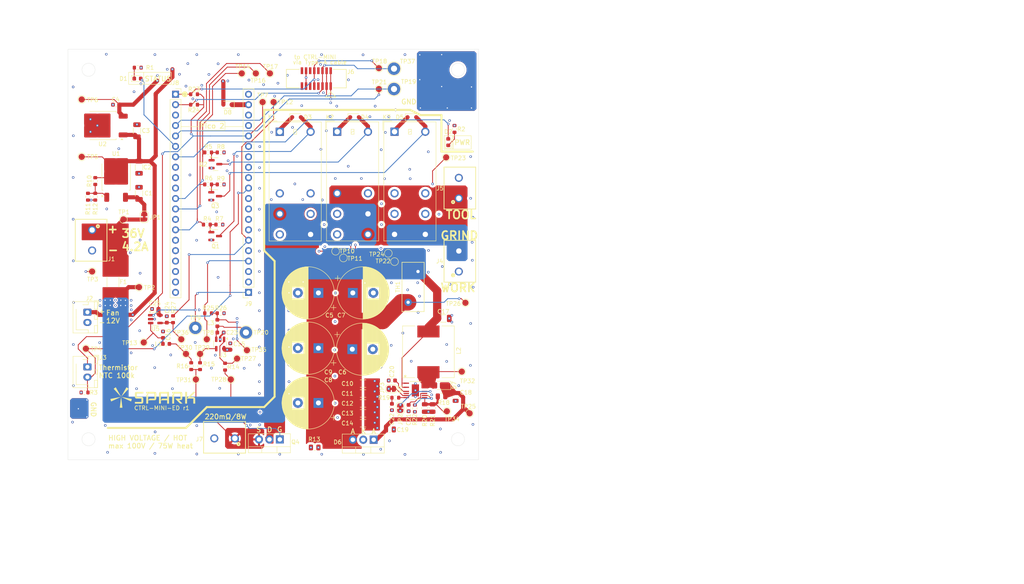
<source format=kicad_pcb>
(kicad_pcb (version 20240108) (generator "pcbnew") (generator_version "8.0")
  (title_block (title "CTRL-MINI-ED") (date "2024-12-15") (rev "1") (company "Spark Project") (comment 1 "Author: 夕月霞 (xyx)") (comment 2 "Electric Discharge Machining board for CTRL-MINI"))
  (layers (0 "F.Cu" signal) (1 "In1.Cu" signal) (2 "In2.Cu" signal) (31 "B.Cu" signal) (34 "B.Paste" user) (35 "F.Paste" user) (36 "B.SilkS" user "B.Silkscreen") (37 "F.SilkS" user "F.Silkscreen") (38 "B.Mask" user) (39 "F.Mask" user) (44 "Edge.Cuts" user))
  (net 0 "")
  (net 1 "Net-(U4-INTVCC)")
  (net 2 "Net-(U4-SS)")
  (net 3 "GND")
  (net 4 "Net-(C22-Pad1)")
  (net 5 "/Gate PWM Filter/ANALOG_OUT")
  (net 6 "Net-(U5--)")
  (net 7 "Net-(L3-Pad1)")
  (net 10 "Net-(Q2-G)")
  (net 12 "/Gate PWM Filter/PWM_IN")
  (net 14 "VPWR")
  (net 15 "/Pulse Shaper/CURR_DETECT")
  (net 16 "/Pulse Shaper/Boost Converter 100V/VOUT")
  (net 17 "Net-(D1-K)")
  (net 18 "Net-(D2-K)")
  (net 19 "/Pulse Shaper/E+")
  (net 20 "/TEMP_HS")
  (net 21 "/DCHG_DETECT")
  (net 24 "/I2C_SDA")
  (net 26 "/DCHG_GATE")
  (net 28 "/I2C_SCL")
  (net 31 "/Pulse Shaper/E-")
  (net 32 "Net-(L1-Pad1)")
  (net 33 "Net-(Q1-G)")
  (net 34 "Net-(Q3-G)")
  (net 35 "/Pulse Shaper/CBANK")
  (net 36 "/Pulse Shaper/Boost Converter 100V/LOUT")
  (net 37 "/Pulse Shaper/QS")
  (net 38 "/Pulse Shaper/Boost Converter 100V/VODIV")
  (net 39 "/Relay Mux/P_COIL-")
  (net 40 "/Relay Mux/S_COIL-")
  (net 41 "/Relay Mux/VOUT_0")
  (net 42 "/Relay Mux/VOUT_1")
  (net 43 "/Relay Mux/VOUT_COM")
  (net 45 "/Relay Mux/VOUT_AUX")
  (net 46 "/MUX_POL")
  (net 47 "/MUX_WG")
  (net 48 "/Relay Mux/E_COIL-")
  (net 49 "/Relay Mux/V-_AUX")
  (net 50 "/Relay Mux/V+_AUX")
  (net 51 "Net-(Q4-G)")
  (net 52 "/MUX_EN")
  (net 53 "/+36V")
  (net 66 "+12V")
  (net 67 "/Regulator 12V/VIN")
  (net 68 "+5V")
  (net 69 "/Pico2/LED_STATUS")
  (net 70 "/Pico2/LED_POWER")
  (net 71 "/Pico2/5VPROT")
  (net 75 "/Pico2/CURR_THRESH_PWM")
  (net 76 "Net-(JP2-A)")
  (net 77 "/Pico2/CURR_TRIGGER")
  (net 78 "Net-(JP3-B)")
  (net 79 "Net-(R14-Pad1)")
  (net 80 "Net-(U3--)")
  (net 81 "Net-(U4-VC)")
  (net 82 "Net-(U4-RT)")
  (net 84 "Net-(U1-ADJ)")
  (net 85 "+3V3")
  (footprint "Capacitor_THT:CP_Radial_D12.5mm_P5.00mm" (layer "F.Cu") (at 110.998 122.809 180)
    (property "Reference" "C9")
    (property "Value" "470uF 50V")
  )
  (footprint "Capacitor_SMD:C_0805_2012Metric" (layer "F.Cu") (at 144.4244 134.686 -90)
    (property "Reference" "C18")
    (property "Value" "100nF 200V")
  )
  (footprint "TestPoint:TestPoint_Loop_D2.54mm_Drill1.5mm_Beaded" (layer "F.Cu") (at 81.026 117.856)
    (property "Reference" "TP9")
    (property "Value" "TestPoint")
  )
  (footprint "Resistor_SMD:R_0603_1608Metric" (layer "F.Cu") (at 82.169 127.19 -90)
    (property "Reference" "R15")
    (property "Value" "1k")
  )
  (footprint "Connector_PinSocket_2.54mm:PinSocket_1x20_P2.54mm_Vertical" (layer "F.Cu") (at 93.98 109.22 180)
    (property "Reference" "J9")
    (property "Value" "~")
  )
  (footprint "Resistor_SMD:R_0603_1608Metric" (layer "F.Cu") (at 54.864 85.915 90)
    (property "Reference" "R11")
    (property "Value" "10k")
  )
  (footprint "TestPoint:TestPoint_Pad_D1.5mm" (layer "F.Cu") (at 93.599 123.317)
    (property "Reference" "TP35")
    (property "Value" "TestPoint")
  )
  (footprint "Resistor_SMD:R_0603_1608Metric" (layer "F.Cu") (at 86.868 92.71 180)
    (property "Reference" "R7")
    (property "Value" "47k")
  )
  (footprint "Capacitor_SMD:C_1206_3216Metric" (layer "F.Cu") (at 121.871 131.445)
    (property "Reference" "C10")
    (property "Value" "10uF 50V")
  )
  (footprint "Connector_PinSocket_2.54mm:PinSocket_1x20_P2.54mm_Vertical" (layer "F.Cu") (at 76.2 60.96)
    (property "Reference" "J8")
    (property "Value" "~")
  )
  (footprint "Resistor_SMD:R_0603_1608Metric" (layer "F.Cu") (at 84.138 82.926)
    (property "Reference" "R6")
    (property "Value" "1k")
  )
  (footprint "SparkAll:AD-MSOP-LT8365" (layer "F.Cu") (at 134.623 133.093)
    (property "Reference" "U4")
    (property "Value" "LT8365")
  )
  (footprint "Connector_JST:JST_XH_B2B-XH-AM_1x02_P2.50mm_Vertical" (layer "F.Cu") (at 54.737 114.046 -90)
    (property "Reference" "J2")
    (property "Value" "Conn_01x02_Pin")
  )
  (footprint "TestPoint:TestPoint_Pad_D1.5mm" (layer "F.Cu") (at 147.828 138.684 -90)
    (property "Reference" "TP25")
    (property "Value" "TestPoint")
  )
  (footprint "TestPoint:TestPoint_Pad_D1.5mm" (layer "F.Cu") (at 53.34 62.23 180)
    (property "Reference" "TP6")
    (property "Value" "TestPoint")
  )
  (footprint "Package_TO_SOT_THT:TO-220-3_Vertical" (layer "F.Cu") (at 101.6 145.034 180)
    (property "Reference" "Q4")
    (property "Value" "Q_NMOS_GDS")
  )
  (footprint "Resistor_SMD:R_0603_1608Metric" (layer "F.Cu") (at 80.708 60.96)
    (property "Reference" "R23")
    (property "Value" "10k")
  )
  (footprint "TestPoint:TestPoint_Pad_D1.5mm" (layer "F.Cu") (at 146.812 111.76 180)
    (property "Reference" "TP26")
    (property "Value" "TestPoint")
  )
  (footprint "LOGO" (layer "F.Cu") (at 70.7136 134.8232)
    (property "Reference" "G***" (hide yes))
    (property "Value" "LOGO" (hide yes))
  )
  (footprint "TestPoint:TestPoint_Loop_D2.54mm_Drill1.5mm_Beaded" (layer "F.Cu") (at 129.413 54.737 90)
    (property "Reference" "TP37")
    (property "Value" "TestPoint")
  )
  (footprint "TestPoint:TestPoint_Pad_D1.5mm" (layer "F.Cu") (at 99.187 55.88 90)
    (property "Reference" "TP17")
    (property "Value" "TestPoint")
  )
  (footprint "Resistor_SMD:R_0805_2012Metric" (layer "F.Cu") (at 136.903 137.3875 90)
    (property "Reference" "R20")
    (property "Value" "10k 150V")
  )
  (footprint "TestPoint:TestPoint_Pad_D1.5mm" (layer "F.Cu") (at 83.82 120.65)
    (property "Reference" "TP8")
    (property "Value" "TestPoint")
  )
  (footprint "TestPoint:TestPoint_Pad_D1.5mm" (layer "F.Cu") (at 125.73 54.61)
    (property "Reference" "TP18")
    (property "Value" "TestPoint")
  )
  (footprint "Resistor_SMD:R_0603_1608Metric" (layer "F.Cu") (at 87.185 114.3)
    (property "Reference" "R26")
    (property "Value" "680")
  )
  (footprint "Capacitor_THT:CP_Radial_D12.5mm_P5.00mm" (layer "F.Cu") (at 119.253 123.063)
    (property "Reference" "C6")
    (property "Value" "470uF 50V")
  )
  (footprint "TestPoint:TestPoint_Pad_D1.5mm" (layer "F.Cu") (at 129.54 101.727 90)
    (property "Reference" "TP22")
    (property "Value" "TestPoint")
  )
  (footprint "Capacitor_SMD:C_0603_1608Metric" (layer "F.Cu") (at 74.0664 115.81 90)
    (property "Reference" "C24")
    (property "Value" "10nF")
  )
  (footprint "Package_TO_SOT_SMD:SOT-23" (layer "F.Cu") (at 85.8375 85.786)
    (property "Reference" "Q3")
    (property "Value" "Q_NMOS_GSD")
  )
  (footprint "Jumper:SolderJumper-2_P1.3mm_Bridged_RoundedPad1.0x1.5mm" (layer "F.Cu") (at 130.937 137.414 -90)
    (property "Reference" "JP2")
    (property "Value" "Jumper_2_Small_Bridged")
  )
  (footprint "Capacitor_SMD:C_1206_3216Metric" (layer "F.Cu") (at 141.403 115.57)
    (property "Reference" "C17")
    (property "Value" "10uF 50V")
  )
  (footprint "Capacitor_SMD:C_0603_1608Metric" (layer "F.Cu") (at 132.969 137.401 -90)
    (property "Reference" "C21")
    (property "Value" "0.22uF")
  )
  (footprint "Diode_SMD:D_SOD-323" (layer "F.Cu") (at 88.9 63.5 180)
    (property "Reference" "D8")
    (property "Value" "D_Schottky")
  )
  (footprint "LED_SMD:LED_0603_1608Metric" (layer "F.Cu") (at 142.621 72.6185 90)
    (property "Reference" "D2")
    (property "Value" "Red LED")
  )
  (footprint "Resistor_SMD:R_0603_1608Metric" (layer "F.Cu") (at 87.186 75.12725 180)
    (property "Reference" "R8")
    (property "Value" "47k")
  )
  (footprint "Capacitor_SMD:C_0603_1608Metric" (layer "F.Cu") (at 61.735 63.5 180)
    (property "Reference" "C4")
    (property "Value" "10uF")
  )
  (footprint "Resistor_SMD:R_0603_1608Metric" (layer "F.Cu") (at 88.265 127.317 -90)
    (property "Reference" "R14")
    (property "Value" "100")
  )
  (footprint "Resistor_SMD:R_0805_2012Metric" (layer "F.Cu") (at 140.9943 134.5438)
    (property "Reference" "R18")
    (property "Value" "470k 150V")
  )
  (footprint "Capacitor_SMD:C_0805_2012Metric" (layer "F.Cu") (at 128.41 142.615)
    (property "Reference" "C19")
    (property "Value" "100nF 200V")
  )
  (footprint "Fuse:Fuse_Littelfuse-NANO2-451_453" (layer "F.Cu") (at 60.96 106.68 -90)
    (property "Reference" "F1")
    (property "Value" "5A")
  )
  (footprint "Inductor_SMD:L_0603_1608Metric" (layer "F.Cu") (at 86.3854 116.6875 -90)
    (property "Reference" "L3")
    (property "Value" "10uH")
  )
  (footprint "Package_TO_SOT_SMD:SOT-23-5" (layer "F.Cu") (at 71.2779 115.731)
    (property "Reference" "U5")
    (property "Value" "LMV7219M5")
  )
  (footprint "TestPoint:TestPoint_Pad_D1.5mm" (layer "F.Cu") (at 145.923 128.524 -90)
    (property "Reference" "TP32")
    (property "Value" "TestPoint")
  )
  (footprint "TestPoint:TestPoint_Pad_D1.5mm" (layer "F.Cu") (at 91.186 125.349 -90)
    (property "Reference" "TP27")
    (property "Value" "TestPoint")
  )
  (footprint "Resistor_SMD:R_0603_1608Metric" (layer "F.Cu") (at 129.731 134.874)
    (property "Reference" "R19")
    (property "Value" "100k")
  )
  (footprint "TestPoint:TestPoint_Pad_D1.5mm" (layer "F.Cu") (at 128.016 99.695 90)
    (property "Reference" "TP24")
    (property "Value" "TestPoint")
  )
  (footprint "Capacitor_SMD:C_1206_3216Metric" (layer "F.Cu") (at 121.871 136.271)
    (property "Reference" "C12")
    (property "Value" "10uF 50V")
  )
  (footprint "Resistor_SMD:R_0805_2012Metric" (layer "F.Cu") (at 138.811 137.3905 90)
    (property "Reference" "R21")
    (property "Value" "33k 150V")
  )
  (footprint "TestPoint:TestPoint_Pad_D1.5mm" (layer "F.Cu") (at 117.094 100.838)
    (property "Reference" "TP11")
    (property "Value" "TestPoint")
  )
  (footprint "TestPoint:TestPoint_Pad_D1.5mm" (layer "F.Cu") (at 67.31 107.95)
    (property "Reference" "TP2")
    (property "Value" "TestPoint")
  )
  (footprint "Capacitor_SMD:C_1206_3216Metric" (layer "F.Cu") (at 121.871 133.858)
    (property "Reference" "C11")
    (property "Value" "10uF 50V")
  )
  (footprint "Connector_JST:JST_XH_B2B-XH-AM_1x02_P2.50mm_Vertical" (layer "F.Cu") (at 54.737 127.375 -90)
    (property "Reference" "J3")
    (property "Value" "Conn_01x02_Pin")
  )
  (footprint "Resistor_SMD:R_0603_1608Metric" (layer "F.Cu") (at 80.708 63.5)
    (property "Reference" "R24")
    (property "Value" "10k")
  )
  (footprint "TestPoint:TestPoint_Pad_D1.5mm" (layer "F.Cu") (at 142.2908 138.176)
    (property "Reference" "TP34")
    (property "Value" "TestPoint")
  )
  (footprint "SparkAll:Wurth_TerminalBlock_2pin_P5mm_691137710002" (layer "F.Cu") (at 55.88 96.52 -90)
    (property "Reference" "J1")
    (property "Value" "Screw_Terminal_01x02")
  )
  (footprint "Capacitor_SMD:C_1206_3216Metric" (layer "F.Cu") (at 67.31 85.09 90)
    (property "Reference" "C1")
    (property "Value" "10uF 50V")
  )
  (footprint "Package_TO_SOT_SMD:TO-252-2" (layer "F.Cu") (at 61.722 81.016 90)
    (property "Reference" "U1")
    (property "Value" "LM317_TO-252")
  )
  (footprint "Resistor_SMD:R_0603_1608Metric" (layer "F.Cu") (at 144.145 69.406 90)
    (property "Reference" "R2")
    (property "Value" "1k")
  )
  (footprint "Resistor_SMD:R_0603_1608Metric" (layer "F.Cu") (at 87.186 82.926 180)
    (property "Reference" "R9")
    (property "Value" "47k")
  )
  (footprint "SparkAll:Wurth_TerminalBlock_2pin_P5mm_691137710002" (layer "F.Cu") (at 145.2025 83.8175 90)
    (property "Reference" "J5")
    (property "Value" "Screw_Terminal_01x02")
  )
  (footprint "TestPoint:TestPoint_Pad_D1.5mm" (layer "F.Cu") (at 54.356 122.936)
    (property "Reference" "TP4")
    (property "Value" "TestPoint")
  )
  (footprint "Capacitor_SMD:C_0603_1608Metric" (layer "F.Cu") (at 128.892 130.683 180)
    (property "Reference" "C20")
    (property "Value" "1uF")
  )
  (footprint "Package_TO_SOT_SMD:TSOT-23-5" (layer "F.Cu") (at 87.061 121.7875 -90)
    (property "Reference" "U3")
    (property "Value" "AD8614")
  )
  (footprint "Resistor_SMD:R_0603_1608Metric" (layer "F.Cu") (at 80.01 127.19 -90)
    (property "Reference" "R16")
    (property "Value" "1k")
  )
  (footprint "TestPoint:TestPoint_Pad_D1.5mm" (layer "F.Cu") (at 78.74 124.206)
    (property "Reference" "TP30")
    (property "Value" "TestPoint")
  )
  (footprint "Capacitor_THT:CP_Radial_D12.5mm_P5.00mm" (layer "F.Cu") (at 110.998 136.144 180)
    (property "Reference" "C8")
    (property "Value" "470uF 50V")
  )
  (footprint "Package_TO_SOT_SMD:TO-252-2" (layer "F.Cu") (at 58.41 68.58 180)
    (property "Reference" "U2")
    (property "Value" "BD50FC0FP")
  )
  (footprint "Capacitor_SMD:C_1206_3216Metric" (layer "F.Cu") (at 66.802 69.85 90)
    (property "Reference" "C3")
    (property "Value" "10uF 50V")
  )
  (footprint "Diode_SMD:D_SOD-323" (layer "F.Cu") (at 105.664 66.548)
    (property "Reference" "D3")
    (property "Value" "D_Schottky")
  )
  (footprint "TestPoint:TestPoint_Pad_D1.5mm" (layer "F.Cu") (at 97.409 62.865)
    (property "Reference" "TP7")
    (property "Value" "TestPoint")
  )
  (footprint "Resistor_SMD:R_0603_1608Metric" (layer "F.Cu") (at 83.82 92.71)
    (property "Reference" "R4")
    (property "Value" "1k")
  )
  (footprint "SparkAll:Wurth_TerminalBlock_2pin_P5mm_691137710002" (layer "F.Cu") (at 88.138 144.78 180)
    (property "Reference" "J7")
    (property "Value" "Conn_01x02_Socket")
  )
  (footprint "Jumper:SolderJumper-2_P1.3mm_Bridged_RoundedPad1.0x1.5mm" (layer "F.Cu") (at 128.763 132.715)
    (property "Reference" "JP3")
    (property "Value" "Jumper_2_Small_Bridged")
  )
  (footprint "Capacitor_THT:CP_Radial_D12.5mm_P5.00mm" (layer "F.Cu") (at 110.998 109.347 180)
    (property "Reference" "C5")
    (property "Value" "470uF 50V")
  )
  (footprint "LED_SMD:LED_0603_1608Metric" (layer "F.Cu") (at 66.93 57.15)
    (property "Reference" "D1")
    (property "Value" "White LED")
  )
  (footprint "Resistor_SMD:R_0603_1608Metric" (layer "F.Cu") (at 56.642 85.915 90)
    (property "Reference" "R12")
    (property "Value" "68k")
  )
  (footprint "Capacitor_SMD:C_0603_1608Metric" (layer "F.Cu") (at 128.905 137.147 -90)
    (property "Reference" "C22")
    (property "Value" "1nF")
  )
  (footprint "Resistor_SMD:R_0805_2012Metric" (layer "F.Cu") (at 110.0875 147)
    (property "Reference" "R13")
    (property "Value" "10k 150V")
  )
  (footprint "TestPoint:TestPoint_Pad_D1.5mm" (layer "F.Cu") (at 63.5 91.44)
    (property "Reference" "TP1")
    (property "Value" "TestPoint")
  )
  (footprint "Resistor_SMD:R_0603_1608Metric" (layer "F.Cu") (at 84.138 114.3)
    (property "Reference" "R25")
    (property "Value" "470")
  )
  (footprint "Diode_SMD:D_SOD-323" (layer "F.Cu") (at 119.795 66.548)
    (property "Reference" "D4")
    (property "Value" "D_Schottky")
  )
  (footprint "Varistor:RV_Disc_D12mm_W5.4mm_P7.5mm" (layer "F.Cu") (at 135.255 104.14 -90)
    (property "Reference" "TH1")
    (property "Value" "5ohm, 4A, 0.16ohm, NTC")
  )
  (footprint "Inductor_SMD:L_12x12mm_H8mm" (layer "F.Cu") (at 137.795 123.695 -90)
    (property "Reference" "L2")
    (property "Value" "100uH, Isat=2.7A")
  )
  (footprint "Capacitor_THT:CP_Radial_D12.5mm_P5.00mm" (layer "F.Cu") (at 119.38 109.347)
    (property "Reference" "C7")
    (property "Value" "470uF 50V")
  )
  (footprint "TestPoint:TestPoint_Loop_D2.54mm_Drill1.5mm_Beaded" (layer "F.Cu") (at 129.413 59.69 90)
    (property "Reference" "TP19")
    (property "Value" "TestPoint")
  )
  (footprint "TestPoint:TestPoint_Pad_D1.5mm" (layer "F.Cu") (at 95.758 55.88 -90)
    (property "Reference" "TP16")
    (property "Value" "TestPoint")
  )
  (footprint "TestPoint:TestPoint_Pad_D1.5mm" (layer "F.Cu") (at 89.662 130.429 -90)
    (property "Reference" "TP28")
    (property "Value" "TestPoint")
  )
  (footprint "Resistor_SMD:R_0603_1608Metric" (layer "F.Cu") (at 134.493 137.478 90)
    (property "Reference" "R22")
    (property "Value" "100k")
  )
  (footprint "TestPoint:TestPoint_Pad_D1.5mm" (layer "F.Cu") (at 53.34 76.2 180)
    (property "Reference" "TP5")
    (property "Value" "TestPoint")
  )
  (footprint "Capacitor_SMD:C_0603_1608Metric" (layer "F.Cu") (at 73.152 119.52 90)
    (property "Reference" "C16")
    (property "Value" "2.2nF")
  )
  (footprint "TestPoint:TestPoint_Pad_D1.5mm" (layer "F.Cu") (at 82.169 124.206 90)
    (property "Reference" "TP29")
    (property "Value" "TestPoint")
  )
  (footprint "TestPoint:TestPoint_Pad_D1.5mm" (layer "F.Cu") (at 77.597 120.65)
    (property "Reference" "TP36")
    (property "Value" "TestPoint")
  )
  (footprint "TestPoint:TestPoint_Pad_D1.5mm" (layer "F.Cu") (at 55.88 104.14)
    (property "Reference" "TP3")
    (property "Value" "TestPoint")
  )
  (footprint "Capacitor_SMD:C_1206_3216Metric" (layer "F.Cu") (at 121.871 138.684)
    (property "Reference" "C13")
    (property "Value" "10uF 50V")
  )
  (footprint "Capacitor_SMD:C_0603_1608Metric" (layer "F.Cu") (at 87.1474 118.999)
    (property "Reference" "C23")
    (property "Value" "10nF")
  )
  (footprint "Resistor_SMD:R_0603_1608Metric" (layer "F.Cu") (at 84.138 75.12725)
    (property "Reference" "R5")
    (property "Value" "1k")
  )
  (footprint "SparkAll:Wurth_TerminalBlock_2pin_P5mm_691137710002" (layer "F.Cu") (at 145.2025 101.64 90)
    (property "Reference" "J4")
    (property "Value" "Screw_Terminal_01x02")
  )
  (footprint "TestPoint:TestPoint_Pad_D1.5mm" (layer "F.Cu") (at 115.189 99.187)
    (property "Reference" "TP10")
    (property "Value" "TestPoint")
  )
  (footprint "TestPoint:TestPoint_Pad_D1.5mm" (layer "F.Cu") (at 92.329 55.88 -90)
    (property "Reference" "TP14")
    (property "Value" "TestPoint")
  )
  (footprint "Relay_THT:Relay_DPDT_Omron_G2RL-2" (layer "F.Cu") (at 101.593 70.104)
    (property "Reference" "K1")
    (property "Value" "G2RL-24 DC12")
  )
  (footprint "TestPoint:TestPoint_Pad_D1.5mm" (layer "F.Cu") (at 125.73 59.69)
    (property "Reference" "TP21")
    (property "Value" "TestPoint")
  )
  (footprint "Capacitor_SMD:C_0603_1608Metric" (layer "F.Cu") (at 71.2594 113.257 180)
    (property "Reference" "C25")
    (property "Value" "100nF")
  )
  (footprint "Inductor_SMD:L_0603_1608Metric" (layer "F.Cu") (at 73.914 121.7675 180)
    (property "Reference" "L1")
    (property "Value" "10uH")
  )
  (footprint "Capacitor_SMD:C_1206_3216Metric" (layer "F.Cu") (at 121.871 141.097)
    (property "Reference" "C14")
    (property "Value" "10uF 50V")
  )
  (footprint "Diode_SMD:D_PowerDI-123" (layer "F.Cu") (at 140.9328 131.8768 180)
    (property "Reference" "D7")
    (property "Value" "150V, 1A")
  )
  (footprint "TestPoint:TestPoint_Pad_D1.5mm" (layer "F.Cu") (at 81.153 130.429 180)
    (property "Reference" "TP31")
    (property "Value" "TestPoint")
  )
  (footprint "Package_TO_SOT_SMD:SOT-23" (layer "F.Cu") (at 85.916 77.98425)
    (property "Reference" "Q2")
    (property "Value" "Q_NMOS_GSD")
  )
  (footprint "TestPoint:TestPoint_Loop_D2.54mm_Drill1.5mm_Beaded" (layer "F.Cu") (at 93.345 118.999)
    (property "Reference" "TP20")
    (property "Value" "TestPoint")
  )
  (footprint "Diode_SMD:D_SOD-323" (layer "F.Cu") (at 133.765 66.548)
    (property "Reference" "D5")
    (property "Value" "D_Schottky")
  )
  (footprint "Resistor_SMD:R_0603_1608Metric" (layer "F.Cu") (at 56.642 82.105 90)
    (property "Reference" "R10")
    (property "Value" "1k")
  )
  (footprint "Package_TO_SOT_SMD:SOT-23" (layer "F.Cu") (at 85.852 95.504)
    (property "Reference" "Q1")
    (property "Value" "Q_NMOS_GSD")
  )
  (footprint "Resistor_SMD:R_0603_1608Metric" (layer "F.Cu") (at 75.5904 115.76 -90)
    (property "Reference" "R27")
    (property "Value" "10k")
  )
  (footprint "Relay_THT:Relay_DPDT_Omron_G2RL-2" (layer "F.Cu") (at 129.54 70.09)
    (property "Reference" "K3")
    (property "Value" "G2RL-24 DC12")
  )
  (footprint "Jumper:SolderJumper-2_P1.3mm_Bridged_RoundedPad1.0x1.5mm" (layer "F.Cu") (at 68.58 90.82 90)
    (property "Reference" "JP1")
    (property "Value" "Jumper_2_Small_Bridged")
  )
  (footprint "Capacitor_SMD:C_0603_1608Metric" (layer "F.Cu") (at 89.535 122.415 90)
    (property "Reference" "C15")
    (property "Value" "100nF")
  )
  (footprint "Capacitor_SMD:C_1206_3216Metric" (layer "F.Cu") (at 67.31 78.74 -90)
    (property "Reference" "C2")
    (property "Value" "10uF 50V")
  )
  (footprint "Package_TO_SOT_THT:TO-220-3_Vertical" (layer "F.Cu") (at 124.46 145.105 180)
    (property "Reference" "D6")
    (property "Value" "D_Schottky_Dual_CommonCathode_AKA_Parallel")
  )
  (footprint "TestPoint:TestPoint_Pad_D1.5mm" (layer "F.Cu") (at 142.113 76.327 180)
    (property "Reference" "TP23")
    (property "Value" "TestPoint")
  )
  (footprint "Resistor_SMD:R_0603_1608Metric" (layer "F.Cu") (at 54.038 133.604 180)
    (property "Reference" "R3")
    (property "Value" "47k")
  )
  (footprint "Relay_THT:Relay_DPDT_Omron_G2RL-2" (layer "F.Cu") (at 115.57 70.09)
    (property "Reference" "K2")
    (property "Value" "G2RL-24 DC12")
  )
  (footprint "TestPoint:TestPoint_Pad_D1.5mm" (layer "F.Cu") (at 100.076 62.865)
    (property "Reference" "TP12")
    (property "Value" "TestPoint")
  )
  (footprint "Resistor_SMD:R_0603_1608Metric" (layer "F.Cu") (at 66.993 54.483)
    (property "Reference" "R1")
    (property "Value" "1k")
  )
  (footprint "TestPoint:TestPoint_Pad_D1.5mm" (layer "F.Cu") (at 68.453 121.412)
    (property "Reference" "TP13")
    (property "Value" "TestPoint")
  )
  (footprint "SparkAll:Molex_Connector_8pin_P1mm_526100872" (layer "F.Cu") (at 110.49 57.15 180)
    (property "Reference" "J6")
    (property "Value" "Conn_01x08_Pin")
  )
  (gr_circle (center 78.4352 60.96) (end 79.0956 60.96) (stroke (width 0.1)) (fill solid) (layer "F.SilkS"))
  (gr_line (start 83.82 137.16) (end 97.79 137.16) (stroke (width 0.5)) (layer "F.SilkS"))
  (gr_line (start 140.97 74.93) (end 140.97 74.93) (stroke (width 0.5)) (layer "F.SilkS"))
  (gr_line (start 97.79 137.16) (end 100.33 134.62) (stroke (width 0.5)) (layer "F.SilkS"))
  (gr_rect (start 68.453 55.626) (end 75.184 58.547) (stroke (width 0.12)) (fill none) (layer "F.SilkS"))
  (gr_rect (start 143.764 71.0565) (end 148.209 74.3585) (stroke (width 0.12)) (fill none) (layer "F.SilkS"))
  (gr_line (start 140.97 66.04) (end 140.97 74.93) (stroke (width 0.5)) (layer "F.SilkS"))
  (gr_rect (start 64.77 55.626) (end 68.453 58.547) (stroke (width 0.12)) (fill none) (layer "F.SilkS"))
  (gr_line (start 97.79 64.77) (end 133.35 64.77) (stroke (width 0.5)) (layer "F.SilkS"))
  (gr_rect (start 141.605 71.0565) (end 143.764 74.3585) (stroke (width 0.12)) (fill none) (layer "F.SilkS"))
  (gr_line (start 100.33 101.6) (end 97.79 99.06) (stroke (width 0.5)) (layer "F.SilkS"))
  (gr_line (start 100.33 134.62) (end 100.33 101.6) (stroke (width 0.5)) (layer "F.SilkS"))
  (gr_line (start 140.97 74.93) (end 148.59 74.93) (stroke (width 0.5)) (layer "F.SilkS"))
  (gr_line (start 81.8388 68.834) (end 77.5208 68.834) (stroke (width 0.12)) (layer "F.SilkS"))
  (gr_line (start 59.69 142.24) (end 78.74 142.24) (stroke (width 0.5)) (layer "F.SilkS"))
  (gr_line (start 133.35 64.77) (end 135.89 66.04) (stroke (width 0.5)) (layer "F.SilkS"))
  (gr_line (start 97.79 99.06) (end 97.79 64.77) (stroke (width 0.5)) (layer "F.SilkS"))
  (gr_line (start 88.2396 68.834) (end 92.6084 68.834) (stroke (width 0.12)) (layer "F.SilkS"))
  (gr_line (start 135.89 66.04) (end 140.97 66.04) (stroke (width 0.5)) (layer "F.SilkS"))
  (gr_rect (start 81.8388 67.564) (end 88.2396 69.7484) (stroke (width 0.12)) (fill none) (layer "F.SilkS"))
  (gr_line (start 78.74 142.24) (end 83.82 137.16) (stroke (width 0.5)) (layer "F.SilkS"))
  (gr_circle (center 55 55) (end 56.6 55) (stroke (width 0.05)) (fill none) (layer "Edge.Cuts"))
  (gr_line (start 50 50) (end 50 150) (stroke (width 0.05)) (layer "Edge.Cuts"))
  (gr_line (start 150 150) (end 150 50) (stroke (width 0.05)) (layer "Edge.Cuts"))
  (gr_line (start 150 50) (end 50 50) (stroke (width 0.05)) (layer "Edge.Cuts"))
  (gr_circle (center 145 145) (end 146.6 145) (stroke (width 0.05)) (fill none) (layer "Edge.Cuts"))
  (gr_line (start 50 150) (end 150 150) (stroke (width 0.05)) (layer "Edge.Cuts"))
  (gr_circle (center 145 55) (end 146.6 55) (stroke (width 0.05)) (fill none) (layer "Edge.Cuts"))
  (gr_circle (center 55 145) (end 56.6 145) (stroke (width 0.05)) (fill none) (layer "Edge.Cuts"))
  (gr_text "to CTRL-MINI" (at 105.0036 52.4764 0) (layer "F.SilkS") (effects (font (size 1 1)) (justify left bottom)))
  (gr_text "WORK" (at 140.545 109.2575 0) (layer "F.SilkS") (effects (font (size 2 2) (thickness 0.4) (bold yes)) (justify left bottom)))
  (gr_text "-" (at 57.404 117.221 0) (layer "F.SilkS") (effects (font (size 1.2 1.2) (thickness 0.2) (bold yes)) (justify left bottom)))
  (gr_text "Thermistor\nNTC 100k" (at 57.404 130.175 0) (layer "F.SilkS") (effects (font (size 1.2 1.2) (thickness 0.2)) (justify left bottom)))
  (gr_text "GND" (at 55.499 135.763 -90) (layer "F.SilkS") (effects (font (size 1.2 1.2) (thickness 0.2)) (justify left bottom)))
  (gr_text "220mΩ/8W" (at 83.185 140.208 0) (layer "F.SilkS") (effects (font (size 1.2 1.2) (thickness 0.2)) (justify left bottom)))
  (gr_text "PWR" (at 144.018 73.406 0) (layer "F.SilkS") (effects (font (size 1.2 1.2) (thickness 0.2)) (justify left bottom)))
  (gr_text "HIGH VOLTAGE / HOT\nmax 100V / 75W heat" (at 59.69 147.32 0) (layer "F.SilkS") (effects (font (size 1.2 1.2) (thickness 0.2) (bold yes)) (justify left bottom)))
  (gr_text "+" (at 59.3852 94.9452 0) (layer "F.SilkS") (effects (font (size 2 2) (thickness 0.4) (bold yes)) (justify left bottom)))
  (gr_text "36V\n4.2A" (at 62.8396 99.2632 0) (layer "F.SilkS") (effects (font (size 2 2) (thickness 0.4) (bold yes)) (justify left bottom)))
  (gr_text "K" (at 121.285 143.764 0) (layer "F.SilkS") (effects (font (size 1.2 1.2) (thickness 0.2) (bold yes)) (justify left bottom)))
  (gr_text "GND" (at 131.064 63.5 0) (layer "F.SilkS") (effects (font (size 1.2 1.2) (thickness 0.2)) (justify left bottom)))
  (gr_text "via Type-A cable" (at 104.6988 53.7464 0) (layer "F.SilkS") (effects (font (size 1 1)) (justify left bottom)))
  (gr_text "TOOL" (at 141.815 91.4775 0) (layer "F.SilkS") (effects (font (size 2 2) (thickness 0.4) (bold yes)) (justify left bottom)))
  (gr_text "CTRL-MINI-ED r1" (at 66.04 137.9728 0) (layer "F.SilkS") (effects (font (size 1 1)) (justify left bottom)))
  (gr_text "GRIND" (at 140.545 96.5575 0) (layer "F.SilkS") (effects (font (size 2 2) (thickness 0.4) (bold yes)) (justify left bottom)))
  (gr_text "S" (at 95.758 143.383 0) (layer "F.SilkS") (effects (font (size 1.2 1.2) (thickness 0.2) (bold yes)) (justify left bottom)))
  (gr_text "D" (at 98.3996 143.3576 0) (layer "F.SilkS") (effects (font (size 1.2 1.2) (thickness 0.2) (bold yes)) (justify left bottom)))
  (gr_text "Pico 2" (at 81.9912 69.3928 0) (layer "F.SilkS") (effects (font (size 1.2 1.2) (thickness 0.2)) (justify left bottom)))
  (gr_text "G" (at 100.838 143.3068 0) (layer "F.SilkS") (effects (font (size 1.2 1.2) (thickness 0.2) (bold yes)) (justify left bottom)))
  (gr_text "A" (at 123.825 143.764 0) (layer "F.SilkS") (effects (font (size 1.2 1.2) (thickness 0.2) (bold yes)) (justify left bottom)))
  (gr_text "-" (at 59.4868 100.0252 0) (layer "F.SilkS") (effects (font (size 2 2) (thickness 0.4) (bold yes)) (justify left bottom)))
  (gr_text "A" (at 118.745 143.764 0) (layer "F.SilkS") (effects (font (size 1.2 1.2) (thickness 0.2) (bold yes)) (justify left bottom)))
  (gr_text "Fan\n12V" (at 59.182 116.84 0) (layer "F.SilkS") (effects (font (size 1.2 1.2) (thickness 0.2)) (justify left bottom)))
  (gr_text "STATUS" (at 68.58 57.912 0) (layer "F.SilkS") (effects (font (size 1.2 1.2) (thickness 0.2)) (justify left bottom)))
  (gr_text "+" (at 57.404 114.554 0) (layer "F.SilkS") (effects (font (size 1.2 1.2) (thickness 0.2) (bold yes)) (justify left bottom)))
  (segment (start 132.40685 133.343) (end 131.6666 133.343) (width 0.2) (layer "F.Cu") (net 1))
  (segment (start 129.7178 130.683) (end 129.667 130.683) (width 0.2) (layer "F.Cu") (net 1))
  (segment (start 130.5052 131.4704) (end 129.7178 130.683) (width 0.2) (layer "F.Cu") (net 1))
  (segment (start 131.6666 133.343) (end 130.5052 132.1816) (width 0.2) (layer "F.Cu") (net 1))
  (segment (start 130.5052 132.1816) (end 130.5052 131.4704) (width 0.2) (layer "F.Cu") (net 1))
  (segment (start 134.4676 135.89) (end 133.5532 135.89) (width 0.2) (layer "F.Cu") (net 2))
  (segment (start 132.9696 136.626) (end 132.9944 136.6012) (width 0.2) (layer "F.Cu") (net 2))
  (segment (start 135.8993 134.9662) (end 135.3914 134.9662) (width 0.2) (layer "F.Cu") (net 2))
  (segment (start 132.969 136.626) (end 132.9696 136.626) (width 0.2) (layer "F.Cu") (net 2))
  (segment (start 132.969 136.4742) (end 132.969 136.626) (width 0.2) (layer "F.Cu") (net 2))
  (segment (start 136.83915 133.843001) (end 135.9724 133.843001) (width 0.2) (layer "F.Cu") (net 2))
  (segment (start 135.3914 134.9662) (end 134.4676 135.89) (width 0.2) (layer "F.Cu") (net 2))
  (segment (start 133.5532 135.89) (end 132.969 136.4742) (width 0.2) (layer "F.Cu") (net 2))
  (segment (start 135.9724 133.843001) (end 135.8993 133.916101) (width 0.2) (layer "F.Cu") (net 2))
  (segment (start 135.8993 133.916101) (end 135.8993 134.9662) (width 0.2) (layer "F.Cu") (net 2))
  (segment (start 89.5604 121.285) (end 89.5604 121.947499) (width 0.2) (layer "F.Cu") (net 3))
  (segment (start 138.808 138.3) (end 138.811 138.303) (width 1) (layer "F.Cu") (net 3))
  (segment (start 71.1114 115.731) (end 71.12 115.7224) (width 0.2) (layer "F.Cu") (net 3))
  (segment (start 67.31 83.615) (end 67.31 83.566) (width 1) (layer "F.Cu") (net 3))
  (segment (start 87.061 120.65) (end 87.061 119.987501) (width 0.2) (layer "F.Cu") (net 3))
  (segment (start 87.061 119.987501) (end 87.9224 119.126101) (width 0.4) (layer "F.Cu") (net 3))
  (segment (start 67.31 80.215) (end 67.31 80.264) (width 1) (layer "F.Cu") (net 3))
  (segment (start 70.1404 115.731) (end 71.1114 115.731) (width 0.2) (layer "F.Cu") (net 3))
  (segment (start 107.989985 55.225) (end 107.989985 58.975) (width 0.2) (layer "F.Cu") (net 3))
  (segment (start 136.903 138.3) (end 138.808 138.3) (width 1) (layer "F.Cu") (net 3))
  (segment (start 54.864 86.74) (end 56.642 86.74) (width 0.2) (layer "F.Cu") (net 3))
  (segment (start 87.9224 119.126101) (end 87.9224 118.999) (width 0.2) (layer "F.Cu") (net 3))
  (segment (start 66.802 68.375) (end 66.802 68.326) (width 1) (layer "F.Cu") (net 3))
  (segment (start 55.88 104.14) (end 54.356 104.14) (width 0.2) (layer "F.Cu") (net 3))
  (via (at 96.6216 104.14) (size 0.6) (drill 0.3) (layers "F.Cu" "B.Cu") (net 3))
  (via (at 114.9604 123.2408) (size 0.6) (drill 0.3) (layers "F.Cu" "B.Cu") (net 3))
  (via (at 65.1764 99.568) (size 0.6) (drill 0.3) (layers "F.Cu" "B.Cu") (net 3))
  (via (at 96.6216 133.858) (size 0.6) (drill 0.3) (layers "F.Cu" "B.Cu") (net 3))
  (via (at 115.1636 109.3724) (size 0.6) (drill 0.3) (layers "F.Cu" "B.Cu") (net 3))
  (via (at 66.7004 132.6896) (size 0.6) (drill 0.3) (layers "F.Cu" "B.Cu") (net 3))
  (via (at 67.31 83.566) (size 0.6) (drill 0.3) (layers "F.Cu" "B.Cu") (net 3))
  (via (at 148.4376 97.028) (size 0.6) (drill 0.3) (layers "F.Cu" "B.Cu") (net 3))
  (via (at 99.5172 86.614) (size 0.6) (drill 0.3) (layers "F.Cu" "B.Cu") (net 3))
  (via (at 91.4908 51.308) (size 0.6) (drill 0.3) (layers "F.Cu" "B.Cu") (net 3))
  (via (at 51.2572 81.2292) (size 0.6) (drill 0.3) (layers "F.Cu" "B.Cu") (net 3))
  (via (at 128.117 130.683) (size 0.6) (drill 0.3) (layers "F.Cu" "B.Cu") (net 3))
  (via (at 57.8104 112.4712) (size 0.6) (drill 0.3) (layers "F.Cu" "B.Cu") (net 3))
  (via (at 134.493 138.303) (size 0.6) (drill 0.3) (layers "F.Cu" "B.Cu") (net 3))
  (via (at 124.714 130.81) (size 0.6) (drill 0.3) (layers "F.Cu" "B.Cu") (net 3))
  (via (at 81.3816 51.308) (size 0.6) (drill 0.3) (layers "F.Cu" "B.Cu") (net 3))
  (via (at 142.24 121.92) (size 0.6) (drill 0.3) (layers "F.Cu" "B.Cu") (net 3))
  (via (at 53.213 133.604) (size 0.6) (drill 0.3) (layers "F.Cu" "B.Cu") (net 3))
  (via (at 55.475 70.105) (size 0.6) (drill 0.3) (layers "F.Cu" "B.Cu") (net 3))
  (via (at 92.9132 127.7112) (size 0.6) (drill 0.3) (layers "F.Cu" "B.Cu") (net 3))
  (via (at 148.0312 127) (size 0.6) (drill 0.3) (layers "F.Cu" "B.Cu") (net 3))
  (via (at 148.082 116.7892) (size 0.6) (drill 0.3) (layers "F.Cu" "B.Cu") (net 3))
  (via (at 124.714 138.43) (size 0.6) (drill 0.3) (layers "F.Cu" "B.Cu") (net 3))
  (via (at 143.0528 107.2388) (size 0.6) (drill 0.3) (layers "F.Cu" "B.Cu") (net 3))
  (via (at 115.015956 129.597934) (size 0.6) (drill 0.3) (layers "F.Cu" "B.Cu") (net 3))
  (via (at 88.938341 57.718268) (size 0.6) (drill 0.3) (layers "F.Cu" "B.Cu") (net 3))
  (via (at 107.2896 106.68) (size 0.6) (drill 0.3) (layers "F.Cu" "B.Cu") (net 3))
  (via (at 128.113 132.715) (size 0.6) (drill 0.3) (layers "F.Cu" "B.Cu") (net 3))
  (via (at 115.062 136.1948) (size 0.6) (drill 0.3) (layers "F.Cu" "B.Cu") (net 3))
  (via (at 59.6392 148.1836) (size 0.6) (drill 0.3) (layers "F.Cu" "B.Cu") (net 3))
  (via (at 81.3816 148.59) (size 0.6) (drill 0.3) (layers "F.Cu" "B.Cu") (net 3))
  (via (at 112.9284 69.85) (size 0.6) (drill 0.3) (layers "F.Cu" "B.Cu") (net 3))
  (via (at 61.5696 111.0996) (size 0.6) (drill 0.3) (layers "F.Cu" "B.Cu") (net 3))
  (via (at 133.35 81.534) (size 0.6) (drill 0.3) (layers "F.Cu" "B.Cu") (net 3))
  (via (at 86.2076 89.6112) (size 0.6) (drill 0.3) (layers "F.Cu" "B.Cu") (net 3))
  (via (at 140.716 142.494) (size 0.6) (drill 0.3) (layers "F.Cu" "B.Cu") (net 3))
  (via (at 54.356 104.14) (size 0.6) (drill 0.3) (layers "F.Cu" "B.Cu") (net 3))
  (via (at 60.96 63.5) (size 0.6) (drill 0.3) (layers "F.Cu" "B.Cu") (net 3))
  (via (at 137.7696 104.2924) (size 0.6) (drill 0.3) (layers "F.Cu" "B.Cu") (net 3))
  (via (at 73.152 118.719) (size 0.6) (drill 0.3) (layers "F.Cu" "B.Cu") (net 3))
  (via (at 118.2624 78.486) (size 0.6) (drill 0.3) (layers "F.Cu" "B.Cu") (net 3))
  (via (at 131.572 119.126) (size 0.6) (drill 0.3) (layers "F.Cu" "B.Cu") (net 3))
  (via (at 111.506 53.6956) (size 0.6) (drill 0.3) (layers "F.Cu" "B.Cu") (net 3))
  (via (at 144.4244 135.636) (size 0.6) (drill 0.3) (layers "F.Cu" "B.Cu") (net 3))
  (via (at 107.188 86.614) (size 0.6) (drill 0.3) (layers "F.Cu" "B.Cu") (net 3))
  (via (at 67.818 54.483) (size 0.6) (drill 0.3) (layers "F.Cu" "B.Cu") (net 3))
  (via (at 148.6408 90.932) (size 0.6) (drill 0.3) (layers "F.Cu" "B.Cu") (net 3))
  (via (at 103.8352 109.3216) (size 0.6) (drill 0.3) (layers "F.Cu" "B.Cu") (net 3))
  (via (at 142.24 126.0348) (size 0.6) (drill 0.3) (layers "F.Cu" "B.Cu") (net 3))
  (via (at 79.1972 53.4924) (size 0.6) (drill 0.3) (layers "F.Cu" "B.Cu") (net 3))
  (via (at 140.3604 90.17) (size 0.6) (drill 0.3) (layers "F.Cu" "B.Cu") (net 3))
  (via (at 96.6216 94.0308) (size 0.6) (drill 0.3) (layers "F.Cu" "B.Cu") (net 3))
  (via (at 101.6508 51.3588) (size 0.6) (drill 0.3) (layers "F.Cu" "B.Cu") (net 3))
  (via (at 97.6376 58.6232) (size 0.6) (drill 0.3) (layers "F.Cu" "B.Cu") (net 3))
  (via (at 81.3816 141.6812) (size 0.6) (drill 0.3) (layers "F.Cu" "B.Cu") (net 3))
  (via (at 134.623 133.093) (size 0.6) (drill 0.3) (layers "F.Cu" "B.Cu") (net 3))
  (via (at 75.438 132.6896) (size 0.6) (drill 0.3) (layers "F.Cu" "B.Cu") (net 3))
  (via (at 121.9708 148.6916) (size 0.6) (drill 0.3) (layers "F.Cu" "B.Cu") (net 3))
  (via (at 148.4884 101.3968) (size 0.6) (drill 0.3) (layers "F.Cu" "B.Cu") (net 3))
  (via (at 126.238 127.4064) (size 0.6) (drill 0.3) (layers "F.Cu" "B.Cu") (net 3))
  (via (at 143.51 114.808) (size 0.6) (drill 0.3) (layers "F.Cu" "B.Cu") (net 3))
  (via (at 122.3264 106.934) (size 0.6) (drill 0.3) (layers "F.Cu" "B.Cu") (net 3))
  (via (at 111.6076 74.3712) (size 0.6) (drill 0.3) (layers "F.Cu" "B.Cu") (net 3))
  (via (at 80.9752 121.412) (size 0.6) (drill 0.3) (layers "F.Cu" "B.Cu") (net 3))
  (via (at 96.6724 78.8416) (size 0.6) (drill 0.3) (layers "F.Cu" "B.Cu") (net 3))
  (via (at 126.238 98.5012) (size 0.6) (drill 0.3) (layers "F.Cu" "B.Cu") (net 3))
  (via (at 84.9145 96.454) (size 0.6) (drill 0.3) (layers "F.Cu" "B.Cu") (net 3))
  (via (at 112.2172 60.6044) (size 0.6) (drill 0.3) (layers "F.Cu" "B.Cu") (net 3))
  (via (at 132.7404 108.6104) (size 0.6) (drill 0.3) (layers "F.Cu" "B.Cu") (net 3))
  (via (at 74.173223 54.886623) (size 0.6) (drill 0.3) (layers "F.Cu" "B.Cu") (net 3))
  (via (at 143.51 116.459) (size 0.6) (drill 0.3) (layers "F.Cu" "B.Cu") (net 3))
  (via (at 124.714 135.89) (size 0.6) (drill 0.3) (layers "F.Cu" "B.Cu") (net 3))
  (via (at 128.3208 145.3896) (size 0.6) (drill 0.3) (layers "F.Cu" "B.Cu") (net 3))
  (via (at 65.3796 123.952) (size 0.6) (drill 0.3) (layers "F.Cu" "B.Cu") (net 3))
  (via (at 57.8104 111.1504) (size 0.6) (drill 0.3) (layers "F.Cu" "B.Cu") (net 3))
  (via (at 96.6216 109.3216) (size 0.6) (drill 0.3) (layers "F.Cu" "B.Cu") (net 3))
  (via (at 111.76 51.308) (size 0.6) (drill 0.3) (layers "F.Cu" "B.Cu") (net 3))
  (via (at 96.7232 141.478) (size 0.6) (drill 0.3) (layers "F.Cu" "B.Cu") (net 3))
  (via (at 51.308 101.5492) (size 0.6) (drill 0.3) (layers "F.Cu" "B.Cu") (net 3))
  (via (at 112.5728 98.0948) (size 0.6) (drill 0.3) (layers "F.Cu" "B.Cu") (net 3))
  (via (at 88.011 75.12725) (size 0.6) (drill 0.3) (layers "F.Cu" "B.Cu") (net 3))
  (via (at 129.36 142.615) (size 0.6) (drill 0.3) (layers "F.Cu" "B.Cu") (net 3))
  (via (at 135.636 110.1344) (size 0.6) (drill 0.3) (layers "F.Cu" "B.Cu") (net 3))
  (via (at 71.12 115.7224) (size 0.6) (drill 0.3) (layers "F.Cu" "B.Cu") (net 3))
  (via (at 84.328 56.134) (size 0.6) (drill 0.3) (layers "F.Cu" "B.Cu") (net 3))
  (via (at 106.934 63.754) (size 0.6) (drill 0.3) (layers "F.Cu" "B.Cu") (net 3))
  (via (at 51.308 71.0692) (size 0.6) (drill 0.3) (layers "F.Cu" "B.Cu") (net 3))
  (via (at 91.4908 148.59) (size 0.6) (drill 0.3) (layers "F.Cu" "B.Cu") (net 3))
  (via (at 103.7844 113.6904) (size 0.6) (drill 0.3) (layers "F.Cu" "B.Cu") (net 3))
  (via (at 112.395 92.71) (size 0.6) (drill 0.3) (layers "F.Cu" "B.Cu") (net 3))
  (via (at 141.0208 59.0804) (size 0.6) (drill 0.3) (layers "F.Cu" "B.Cu") (net 3))
  (via (at 88.011 82.926) (size 0.6) (drill 0.3) (layers "F.Cu" "B.Cu") (net 3))
  (via (at 101.6 148.6408) (size 0.6) (drill 0.3) (layers "F.Cu" "B.Cu") (net 3))
  (via (at 105.2576 82.804) (size 0.6) (drill 0.3) (layers "F.Cu" "B.Cu") (net 3))
  (via (at 84.9785 78.93425) (size 0.6) (drill 0.3) (layers "F.Cu" "B.Cu") (net 3))
  (via (at 91.186 115.57) (size 0.6) (drill 0.3) (layers "F.Cu" "B.Cu") (net 3))
  (via (at 96.6216 113.6904) (size 0.6) (drill 0.3) (layers "F.Cu" "B.Cu") (net 3))
  (via (at 135.1788 106.8832) (size 0.6) (drill 0.3) (layers "F.Cu" "B.Cu") (net 3))
  (via (at 82.6008 58.7756) (size 0.6) (drill 0.3) (layers "F.Cu" "B.Cu") (net 3))
  (via (at 67.564 96.4692) (size 0.6) (drill 0.3) (layers "F.Cu" "B.Cu") (net 3))
  (via (at 51.308 131.9276) (size 0.6) (drill 0.3) (layers "F.Cu" "B.Cu") (net 3))
  (via (at 142.3924 64.3128) (size 0.6) (drill 0.3) (layers "F.Cu" "B.Cu") (net 3))
  (via (at 142.878 115.57) (size 0.6) (drill 0.3) (layers "F.Cu" "B.Cu") (net 3))
  (via (at 141.0208 51.308) (size 0.6) (drill 0.3) (layers "F.Cu" "B.Cu") (net 3))
  (via (at 86.5632 105.5624) (size 0.6) (drill 0.3) (layers "F.Cu" "B.Cu") (net 3))
  (via (at 148.082 86.3092) (size 0.6) (drill 0.3) (layers "F.Cu" "B.Cu") (net 3))
  (via (at 135.6868 57.404) (size 0.6) (drill 0.3) (layers "F.Cu" "B.Cu") (net 3))
  (via (at 87.061 120.65) (size 0.6) (drill 0.3) (layers "F.Cu" "B.Cu") (net 3))
  (via (at 77.1652 56.0832) (size 0.6) (drill 0.3) (layers "F.Cu" "B.Cu") (net 3))
  (via (at 134.62 134.62) (size 0.6) (drill 0.3) (layers "F.Cu" "B.Cu") (net 3))
  (via (at 142.9512 67.3608) (size 0.6) (drill 0.3) (layers "F.Cu" "B.Cu") (net 3))
  (via (at 128.7272 122.1232) (size 0.6) (drill 0.3) (layers "F.Cu" "B.Cu") (net 3))
  (via (at 104.6988 69.0372) (size 0.6) (drill 0.3) (layers "F.Cu" "B.Cu") (net 3))
  (via (at 80.422975 62.086052) (size 0.6) (drill 0.3) (layers "F.Cu" "B.Cu") (net 3))
  (via (at 67.564 104.5464) (size 0.6) (drill 0.3) (layers "F.Cu" "B.Cu") (net 3))
  (via (at 135.2804 114.0968) (size 0.6) (drill 0.3) (layers "F.Cu" "B.Cu") (net 3))
  (via (at 85.9028 124.5108) (size 0.6) (drill 0.3) (layers "F.Cu" "B.Cu") (net 3))
  (via (at 101.1428 58.2676) (size 0.6) (drill 0.3) (layers "F.Cu" "B.Cu") (net 3))
  (via (at 71.12 127.5588) (size 0.6) (drill 0.3) (layers "F.Cu" "B.Cu") (net 3))
  (via (at 103.8352 130.9624) (size 0.6) (drill 0.3) (layers "F.Cu" "B.Cu") (net 3))
  (via (at 51.308 121.92) (size 0.6) (drill 0.3) (layers "F.Cu" "B.Cu") (net 3))
  (via (at 134.62 131.445) (size 0.6) (drill 0.3) (layers "F.Cu" "B.Cu") (net 3))
  (via (at 121.4628 81.4832) (size 0.6) (drill 0.3) (layers "F.Cu" "B.Cu") (net 3))
  (via (at 66.802 68.326) (size 0.6) (drill 0.3) (layers "F.Cu" "B.Cu") (net 3))
  (via (at 51.3588 111.6584) (size 0.6) (drill 0.3) (layers "F.Cu" "B.Cu") (net 3))
  (via (at 103.8352 118.4148) (size 0.6) (drill 0.3) (layers "F.Cu" "B.Cu") (net 3))
  (via (at 88.01 114.3) (size 0.6) (drill 0.3) (layers "F.Cu" "B.Cu") (net 3))
  (via (at 62.3824 74.2188) (size 0.6) (drill 0.3) (layers "F.Cu" "B.Cu") (net 3))
  (via (at 125.349 132.08) (size 0.6) (drill 0.3) (layers "F.Cu" "B.Cu") (net 3))
  (via (at 89.535 121.64) (size 0.6) (drill 0.3) (layers "F.Cu" "B.Cu") (net 3))
  (via (at 99.6188 70.2056) (size 0.6) (drill 0.3) (layers "F.Cu" "B.Cu") (net 3))
  (via (at 148.2852 59.182) (size 0.6) (drill 0.3) (layers "F.Cu" "B.Cu") (net 3))
  (via (at 138.581328 134.177233) (size 0.6) (drill 0.3) (layers "F.Cu" "B.Cu") (net 3))
  (via (at 115.6716 139.7) (size 0.6) (drill 0.3) (layers "F.Cu" "B.Cu") (net 3))
  (via (at 96.6216 126.8984) (size 0.6) (drill 0.3) (layers "F.Cu" "B.Cu") (net 3))
  (via (at 86.9696 132.588) (size 0.6) (drill 0.3) (layers "F.Cu" "B.Cu") (net 3))
  (via (at 137.795 138.3) (size 0.6) (drill 0.3) (layers "F.Cu" "B.Cu") (net 3))
  (via (at 144.145 68.581) (size 0.6) (drill 0.3) (layers "F.Cu" "B.Cu") (net 3))
  (via (at 90.2716 120.5484) (size 0.6) (drill 0.3) (layers "F.Cu" "B.Cu") (net 3))
  (via (at 125.349 142.24) (size 0.6) (drill 0.3) (layers "F.Cu" "B.Cu") (net 3))
  (via (at 103.8352 122.5296) (size 0.6) (drill 0.3) (layers "F.Cu" "B.Cu") (net 3))
  (via (at 51.2572 59.182) (size 0.6) (drill 0.3) (layers "F.Cu" "B.Cu") (net 3))
  (via (at 51.1048 140.8176) (size 0.6) (drill 0.3) (layers "F.Cu" "B.Cu") (net 3))
  (via (at 84.9376 127.6604) (size 0.6) (drill 0.3) (layers "F.Cu" "B.Cu") (net 3))
  (via (at 59.0804 141.6304) (size 0.6) (drill 0.3) (layers "F.Cu" "B.Cu") (net 3))
  (via (at 65.3796 115.9256) (size 0.6) (drill 0.3) (layers "F.Cu" "B.Cu") (net 3))
  (via (at 100.33 61.4172) (size 0.6) (drill 0.3) (layers "F.Cu" "B.Cu") (net 3))
  (via (at 140.7668 148.1836) (size 0.6) (drill 0.3) (layers "F.Cu" "B.Cu") (net 3))
  (via (at 67.7672 58.42) (size 0.6) (drill 0.3) (layers "F.Cu" "B.Cu") (net 3))
  (via (at 125.349 139.7) (size 0.6) (drill 0.3) (layers "F.Cu" "B.Cu") (net 3))
  (via (at 113.9952 63.0428) (size 0.6) (drill 0.3) (layers "F.Cu" "B.Cu") (net 3))
  (via (at 148.2852 64.3128) (size 0.6) (drill 0.3) (layers "F.Cu" "B.Cu") (net 3))
  (via (at 55.626 86.74) (size 0.6) (drill 0.3) (layers "F.Cu" "B.Cu") (net 3))
  (via (at 111 147) (size 0.6) (drill 0.3) (layers "F.Cu" "B.Cu") (net 3))
  (via (at 71.2216 143.2052) (size 0.6) (drill 0.3) (layers "F.Cu" "B.Cu") (net 3))
  (via (at 111.9632 86.7156) (size 0.6) (drill 0.3) (layers "F.Cu" "B.Cu") (net 3))
  (via (at 148.6916 107.95) (size 0.6) (drill 0.3) (layers "F.Cu" "B.Cu") (net 3))
  (via (at 111.8108 148.6408) (size 0.6) (drill 0.3) (layers "F.Cu" "B.Cu") (net 3))
  (via (at 65.3796 112.4204) (size 0.6) (drill 0.3) (layers "F.Cu" "B.Cu") (net 3))
  (via (at 96.6724 83.8708) (size 0.6) (drill 0.3) (layers "F.Cu" "B.Cu") (net 3))
  (via (at 133.604 125.984) (size 0.6) (drill 0.3) (layers "F.Cu" "B.Cu") (net 3))
  (via (at 132.969 138.176) (size 0.6) (drill 0.3) (layers "F.Cu" "B.Cu") (net 3))
  (via (at 123.5456 66.4464) (size 0.6) (drill 0.3) (layers "F.Cu" "B.Cu") (net 3))
  (via (at 96.6216 88.9508) (size 0.6) (drill 0.3) (layers "F.Cu" "B.Cu") (net 3))
  (via (at 52.5272 137.5664) (size 0.6) (drill 0.3) (layers "F.Cu" "B.Cu") (net 3))
  (via (at 141.1732 102.9208) (size 0.6) (drill 0.3) (layers "F.Cu" "B.Cu") (net 3))
  (via (at 103.7844 106.68) (size 0.6) (drill 0.3) (layers "F.Cu" "B.Cu") (net 3))
  (via (at 121.8692 51.3588) (size 0.6) (drill 0.3) (layers "F.Cu" "B.Cu") (net 3))
  (via (at 65.431182 113.480182) (size 0.6) (drill 0.3) (layers "F.Cu" "B.Cu") (net 3))
  (via (at 71.1708 51.308) (size 0.6) (drill 0.3) (layers "F.Cu" "B.Cu") (net 3))
  (via (at 96.6216 118.364) (size 0.6) (drill 0.3) (layers "F.Cu" "B.Cu") (net 3))
  (via (at 110.8964 57.404) (size 0.6) (drill 0.3) (layers "F.Cu" "B.Cu") (net 3))
  (via (at 128.778 106.8832) (size 0.6) (drill 0.3) (layers "F.Cu" "B.Cu") (net 3))
  (via (at 59.3344 51.2064) (size 0.6) (drill 0.3) (layers "F.Cu" "B.Cu") (net 3))
  (via (at 128.905 137.922) (size 0.6) (drill 0.3) (layers "F.Cu" "B.Cu") (net 3))
  (via (at 126.365 87.63) (size 0.6) (drill 0.3) (layers "F.Cu" "B.Cu") (net 3))
  (via (at 54.61 135.4328) (size 0.6) (drill 0.3) (layers "F.Cu" "B.Cu") (net 3))
  (via (at 133.2484 79.248) (size 0.6) (drill 0.3) (layers "F.Cu" "B.Cu") (net 3))
  (via (at 126.365 92.71) (size 0.6) (drill 0.3) (layers "F.Cu" "B.Cu") (net 3))
  (via (at 96.6216 130.9624) (size 0.6) (drill 0.3) (layers "F.Cu" "B.Cu") (net 3))
  (via (at 81.3308 96.52) (size 0.6) (drill 0.3) (layers "F.Cu" "B.Cu") (net 3))
  (via (at 59.436 88.9) (size 0.6) (drill 0.3) (layers "F.Cu" "B.Cu") (net 3))
  (via (at 94.0816 57.5056) (size 0.6) (drill 0.3) (layers "F.Cu" "B.Cu") (net 3))
  (via (at 71.1708 148.4376) (size 0.6) (drill 0.3) (layers "F.Cu" "B.Cu") (net 3))
  (via (at 115.062 116.332) (size 0.6) (drill 0.3) (layers "F.Cu" "B.Cu") (net 3))
  (via (at 96.7232 73.7108) (size 0.6) (drill 0.3) (layers "F.Cu" "B.Cu") (net 3))
  (via (at 96.774 138.3792) (size 0.6) (drill 0.3) (layers "F.Cu" "B.Cu") (net 3))
  (via (at 135.8392 64.3128) (size 0.6) (drill 0.3) (layers "F.Cu" "B.Cu") (net 3))
  (via (at 74.0664 115.035) (size 0.6) (drill 0.3) (layers "F.Cu" "B.Cu") (net 3))
  (via (at 126.2888 74.4728) (size 0.6) (drill 0.3) (layers "F.Cu" "B.Cu") (net 3))
  (via (at 61.5696 112.4204) (size 0.6) (drill 0.3) (layers "F.Cu" "B.Cu") (net 3))
  (via (at 86.5632 53.5432) (size 0.6) (drill 0.3) (layers "F.Cu" "B.Cu") (net 3))
  (via (at 128.1684 66.4464) (size 0.6) (drill 0.3) (layers "F.Cu" "B.Cu") (net 3))
  (via (at 132.08 148.6916) (size 0.6) (drill 0.3) (layers "F.Cu" "B.Cu") (net 3))
  (via (at 96.6216 122.5296) (size 0.6) (drill 0.3) (layers "F.Cu" "B.Cu") (net 3))
  (via (at 107.989985 56.896) (size 0.6) (drill 0.3) (layers "F.Cu" "B.Cu") (net 3))
  (via (at 103.4288 56.3372) (size 0.6) (drill 0.3) (layers "F.Cu" "B.Cu") (net 3))
  (via (at 75.0316 124.46) (size 0.6) (drill 0.3) (layers "F.Cu" "B.Cu") (net 3))
  (via (at 129.794 64.77) (size 0.6) (drill 0.3) (layers "F.Cu" "B.Cu") (net 3))
  (via (at 135.6868 51.3588) (size 0.6) (drill 0.3) (layers "F.Cu" "B.Cu") (net 3))
  (via (at 124.8156 63.8556) (size 0.6) (drill 0.3) (layers "F.Cu" "B.Cu") (net 3))
  (via (at 126.1872 147.4216) (size 0.6) (drill 0.3) (layers "F.Cu" "B.Cu") (net 3))
  (via (at 66.0908 60.3504) (size 0.6) (drill 0.3) (layers "F.Cu" "B.Cu") (net 3))
  (via (at 87.9224 118.999) (size 0.6) (drill 0.3) (layers "F.Cu" "B.Cu") (net 3))
  (via (at 137.7696 74.9808) (size 0.6) (drill 0.3) (layers "F.Cu" "B.Cu") (net 3))
  (via (at 148.082 76.1492) (size 0.6) (drill 0.3) (layers "F.Cu" "B.Cu") (net 3))
  (via (at 103.8352 133.9088) (size 0.6) (drill 0.3) (layers "F.Cu" "B.Cu") (net 3))
  (via (at 89.0016 77.1652) (size 0.6) (drill 0.3) (layers "F.Cu" "B.Cu") (net 3))
  (via (at 55.475 67.055) (size 0.6) (drill 0.3) (layers "F.Cu" "B.Cu") (net 3))
  (via (at 70.4844 113.257) (size 0.6) (drill 0.3) (layers "F.Cu" "B.Cu") (net 3))
  (via (at 130.937 138.064) (size 0.6) (drill 0.3) (layers "F.Cu" "B.Cu") (net 3))
  (via (at 137.8204 99.0092) (size 0.6) (drill 0.3) (layers "F.Cu" "B.Cu") (net 3))
  (via (at 88.7476 79.6036) (size 0.6) (drill 0.3) (layers "F.Cu" "B.Cu") (net 3))
  (via (at 96.6216 99.1616) (size 0.6) (drill 0.3) (layers "F.Cu" "B.Cu") (net 3))
  (via (at 148.6408 141.3764) (size 0.6) (drill 0.3) (layers "F.Cu" "B.Cu") (net 3))
  (via (at 79.7052 80.6196) (size 0.6) (drill 0.3) (layers "F.Cu" "B.Cu") (net 3))
  (via (at 103.8352 126.8984) (size 0.6) (drill 0.3) (layers "F.Cu" "B.Cu") (net 3))
  (via (at 124.714 133.35) (size 0.6) (drill 0.3) (layers "F.Cu" "B.Cu") (net 3))
  (via (at 127.1016 81.534) (size 0.6) (drill 0.3) (layers "F.Cu" "B.Cu") (net 3))
  (via (at 125.349 134.62) (size 0.6) (drill 0.3) (layers "F.Cu" "B.Cu") (net 3))
  (via (at 67.4624 118.5672) (size 0.6) (drill 0.3) (layers "F.Cu" "B.Cu") (net 3))
  (via (at 70.612 122.174) (size 0.6) (drill 0.3) (layers "F.Cu" "B.Cu") (net 3))
  (via (at 132.08 51.308) (size 0.6) (drill 0.3) (layers "F.Cu" "B.Cu") (net 3))
  (via (at 125.349 137.16) (size 0.6) (drill 0.3) (layers "F.Cu" "B.Cu") (net 3))
  (via (at 84.9 86.736) (size 0.6) (drill 0.3) (layers "F.Cu" "B.Cu") (net 3))
  (via (at 91.186 76.0476) (size 0.6) (drill 0.3) (layers "F.Cu" "B.Cu") (net 3))
  (via (at 71.785544 56.431) (size 0.6) (drill 0.3) (layers "F.Cu" "B.Cu") (net 3))
  (via (at 81.9404 113.4872) (size 0.6) (drill 0.3) (layers "F.Cu" "B.Cu") (net 3))
  (via (at 67.31 80.264) (size 0.6) (drill 0.3) (layers "F.Cu" "B.Cu") (net 3))
  (via (at 115.4684 63.8556) (size 0.6) (drill 0.3) (layers "F.Cu" "B.Cu") (net 3))
  (via (at 57.15 68.58) (size 0.6) (drill 0.3) (layers "F.Cu" "B.Cu") (net 3))
  (via (at 145.1864 131.9276) (size 0.6) (drill 0.3) (layers "F.Cu" "B.Cu") (net 3))
  (via (at 113.8428 66.3956) (size 0.6) (drill 0.3) (layers "F.Cu" "B.Cu") (net 3))
  (via (at 115.1128 81.4832) (size 0.6) (drill 0.3) (layers "F.Cu" "B.Cu") (net 3))
  (via (at 51.2572 91.3892) (size 0.6) (drill 0.3) (layers "F.Cu" "B.Cu") (net 3))
  (via (at 78.74 58.9788) (size 0.6) (drill 0.3) (layers "F.Cu" "B.Cu") (net 3))
  (via (at 94.3864 141.5288) (size 0.6) (drill 0.3) (layers "F.Cu" "B.Cu") (net 3))
  (via (at 127.3048 70.2564) (size 0.6) (drill 0.3) (layers "F.Cu" "B.Cu") (net 3))
  (via (at 65.3796 111.1504) (size 0.6) (drill 0.3) (layers "F.Cu" "B.Cu") (net 3))
  (via (at 118.3132 57.4548) (size 0.6) (drill 0.3) (layers "F.Cu" "B.Cu") (net 3))
  (via (at 87.693 92.71) (size 0.6) (drill 0.3) (layers "F.Cu" "B.Cu") (net 3))
  (via (at 54.61 139.5476) (size 0.6) (drill 0.3) (layers "F.Cu" "B.Cu") (net 3))
  (via (at 57.7088 121.4628) (size 0.6) (drill 0.3) (layers "F.Cu" "B.Cu") (net 3))
  (via (at 124.714 140.97) (size 0.6) (drill 0.3) (layers "F.Cu" "B.Cu") (net 3))
  (segment (start 128.905 134.875) (end 128.906 134.874) (width 0.2) (layer "F.Cu") (net 4))
  (segment (start 128.905 136.372) (end 128.905 134.875) (width 0.2) (layer "F.Cu") (net 4))
  (segment (start 88.011 117.729) (end 92.075 117.729) (width 0.2) (layer "F.Cu") (net 5))
  (segment (start 86.111 119.2604) (end 86.3724 118.999) (width 0.2) (layer "F.Cu") (net 5))
  (segment (start 87.757 117.475) (end 88.011 117.729) (width 0.2) (layer "F.Cu") (net 5))
  (segment (start 86.111 120.65) (end 86.111 119.2604) (width 0.2) (layer "F.Cu") (net 5))
  (segment (start 86.3724 118.999) (end 86.3724 117.488) (width 0.2) (layer "F.Cu") (net 5))
  (segment (start 86.3854 117.475) (end 87.757 117.475) (width 0.2) (layer "F.Cu") (net 5))
  (segment (start 86.3724 117.488) (end 86.3854 117.475) (width 0.2) (layer "F.Cu") (net 5))
  (segment (start 92.075 117.729) (end 93.345 118.999) (width 0.2) (layer "F.Cu") (net 5))
  (segment (start 75.5904 118.618) (end 75.5904 116.585) (width 0.2) (layer "F.Cu") (net 6))
  (segment (start 75.5904 116.585) (end 74.0664 116.585) (width 0.2) (layer "F.Cu") (net 6))
  (segment (start 75.5904 118.6434) (end 77.597 120.65) (width 0.2) (layer "F.Cu") (net 6))
  (segment (start 72.4154 116.681) (end 73.9704 116.681) (width 0.2) (layer "F.Cu") (net 6))
  (segment (start 73.9704 116.681) (end 74.0664 116.585) (width 0.2) (layer "F.Cu") (net 6))
  (segment (start 75.5904 118.618) (end 75.5904 118.6434) (width 0.2) (layer "F.Cu") (net 6))
  (segment (start 84.963 114.3) (end 86.36 114.3) (width 0.2) (layer "F.Cu") (net 7))
  (segment (start 91.186 120.904) (end 91.186 120.5484) (width 0.2) (layer "F.Cu") (net 7))
  (segment (start 88.468 115.9) (end 86.3854 115.9) (width 0.2) (layer "F.Cu") (net 7))
  (segment (start 86.36 115.8746) (end 86.3854 115.9) (width 0.2) (layer "F.Cu") (net 7))
  (segment (start 93.599 123.317) (end 91.186 120.904) (width 0.2) (layer "F.Cu") (net 7))
  (segment (start 89.0524 116.4844) (end 88.468 115.9) (width 0.2) (layer "F.Cu") (net 7))
  (segment (start 86.36 114.3) (end 86.36 115.8746) (width 0.2) (layer "F.Cu") (net 7))
  (segment (start 91.186 116.4844) (end 89.0524 116.4844) (width 0.2) (layer "F.Cu") (net 7))
  (via (at 91.186 120.5484) (size 0.6) (drill 0.3) (layers "F.Cu" "B.Cu") (net 7))
  (via (at 91.186 116.4844) (size 0.6) (drill 0.3) (layers "F.Cu" "B.Cu") (net 7))
  (segment (start 91.186 120.5484) (end 91.186 116.4844) (width 0.2) (layer "B.Cu") (net 7))
  (segment (start 84.963 75.12725) (end 84.963 77.01875) (width 0.2) (layer "F.Cu") (net 10))
  (segment (start 84.963 75.12725) (end 86.361 75.12725) (width 0.2) (layer "F.Cu") (net 10))
  (segment (start 84.963 77.01875) (end 84.9785 77.03425) (width 0.2) (layer "F.Cu") (net 10))
  (segment (start 83.313 114.3) (end 83.313 112.267) (width 0.2) (layer "F.Cu") (net 12))
  (segment (start 83.313 115.698) (end 83.313 114.3) (width 0.2) (layer "F.Cu") (net 12))
  (segment (start 84 102) (end 84 111.58) (width 0.2) (layer "F.Cu") (net 12))
  (segment (start 83.82 116.205) (end 83.313 115.698) (width 0.2) (layer "F.Cu") (net 12))
  (segment (start 83.82 120.142) (end 83.82 116.205) (width 0.2) (layer "F.Cu") (net 12))
  (segment (start 84 111.58) (end 83.313 112.267) (width 0.2) (layer "F.Cu") (net 12))
  (via (at 84 102) (size 0.6) (drill 0.3) (layers "F.Cu" "B.Cu") (net 12))
  (segment (start 94 101.5) (end 84.5 101.5) (width 0.2) (layer "B.Cu") (net 12))
  (segment (start 93.98 101.6) (end 93.98 101.52) (width 0.2) (layer "B.Cu") (net 12))
  (segment (start 84.5 101.5) (end 84 102) (width 0.2) (layer "B.Cu") (net 12))
  (segment (start 93.98 101.52) (end 94 101.5) (width 0.2) (layer "B.Cu") (net 12))
  (segment (start 63.5 109.22) (end 61.045 109.22) (width 1) (layer "F.Cu") (net 14))
  (segment (start 135.255 104.14) (end 139.928 108.813) (width 2) (layer "F.Cu") (net 14))
  (segment (start 132.40685 131.342998) (end 131.393798 131.342998) (width 0.2) (layer "F.Cu") (net 14))
  (segment (start 64.77 107.95) (end 63.5 109.22) (width 1) (layer "F.Cu") (net 14))
  (segment (start 137.795 118.745) (end 137.795 117.703) (width 1) (layer "F.Cu") (net 14))
  (segment (start 132.40685 132.342999) (end 131.530199 132.342999) (width 0.2) (layer "F.Cu") (net 14))
  (segment (start 61.045 109.22) (end 60.96 109.135) (width 1) (layer "F.Cu") (net 14))
  (segment (start 131.3688 132.1816) (end 131.3688 131.318) (width 0.2) (layer "F.Cu") (net 14))
  (segment (start 131.393798 131.342998) (end 131.3688 131.318) (width 0.2) (layer "F.Cu") (net 14))
  (segment (start 139.928 108.813) (end 139.928 115.57) (width 2) (layer "F.Cu") (net 14))
  (segment (start 131.3688 131.318) (end 131.3688 125.1712) (width 0.2) (layer "F.Cu") (net 14))
  (segment (start 67.31 107.95) (end 64.77 107.95) (width 1) (layer "F.Cu") (net 14))
  (segment (start 131.530199 132.342999) (end 131.3688 132.1816) (width 0.2) (layer "F.Cu") (net 14))
  (segment (start 131.3688 125.1712) (end 137.795 118.745) (width 0.2) (layer "F.Cu") (net 14))
  (segment (start 137.795 117.703) (end 139.928 115.57) (width 2) (layer "F.Cu") (net 14))
  (via (at 60.325 111.125) (size 0.6) (drill 0.3) (layers "F.Cu" "B.Cu") (net 14))
  (via (at 64.008 111.1504) (size 0.6) (drill 0.3) (layers "F.Cu" "B.Cu") (net 14))
  (via (at 64.008 112.4204) (size 0.6) (drill 0.3) (layers "F.Cu" "B.Cu") (net 14))
  (via (at 59.0804 112.4204) (size 0.6) (drill 0.3) (layers "F.Cu" "B.Cu") (net 14))
  (via (at 62.8396 112.4204) (size 0.6) (drill 0.3) (layers "F.Cu" "B.Cu") (net 14))
  (via (at 59.055 111.125) (size 0.6) (drill 0.3) (layers "F.Cu" "B.Cu") (net 14))
  (via (at 60.2996 112.395) (size 0.6) (drill 0.3) (layers "F.Cu" "B.Cu") (net 14))
  (via (at 62.865 111.125) (size 0.6) (drill 0.3) (layers "F.Cu" "B.Cu") (net 14))
  (segment (start 73.152 120.295) (end 71.9334 120.295) (width 0.2) (layer "F.Cu") (net 15))
  (segment (start 70.8787 119.2403) (end 70.3834 118.745) (width 0.2) (layer "F.Cu") (net 15))
  (segment (start 73.1265 121.7675) (end 73.1265 120.3205) (width 0.2) (layer "F.Cu") (net 15))
  (segment (start 71.9334 120.295) (end 70.8787 119.2403) (width 0.2) (layer "F.Cu") (net 15))
  (segment (start 70.6247 119.2403) (end 70.8787 119.2403) (width 0.2) (layer "F.Cu") (net 15))
  (segment (start 70.1404 116.681) (end 70.1404 118.502) (width 0.2) (layer "F.Cu") (net 15))
  (segment (start 68.453 121.412) (end 70.6247 119.2403) (width 0.2) (layer "F.Cu") (net 15))
  (segment (start 73.1265 120.3205) (end 73.152 120.295) (width 0.2) (layer "F.Cu") (net 15))
  (segment (start 70.1404 118.502) (end 70.3834 118.745) (width 0.2) (layer "F.Cu") (net 15))
  (segment (start 147.828 138.684) (end 146.8666 137.7226) (width 1) (layer "F.Cu") (net 16))
  (segment (start 144.4244 133.736) (end 145.2168 133.736) (width 1) (layer "F.Cu") (net 16))
  (segment (start 143.8148 140.1572) (end 146.2494 137.7226) (width 1) (layer "F.Cu") (net 16))
  (segment (start 127.46 141.873884) (end 129.176684 140.1572) (width 1) (layer "F.Cu") (net 16))
  (segment (start 129.176684 140.1572) (end 143.8148 140.1572) (width 1) (layer "F.Cu") (net 16))
  (segment (start 146.8666 137.7226) (end 146.2494 137.7226) (width 1) (layer "F.Cu") (net 16))
  (segment (start 146.2494 134.7686) (end 146.2494 137.7226) (width 1) (layer "F.Cu") (net 16))
  (segment (start 125.145 145.105) (end 124.46 145.105) (width 1) (layer "F.Cu") (net 16))
  (segment (start 127.46 142.615) (end 127.46 142.79) (width 1) (layer "F.Cu") (net 16))
  (segment (start 127.46 142.79) (end 125.145 145.105) (width 1) (layer "F.Cu") (net 16))
  (segment (start 127.46 142.615) (end 127.46 141.873884) (width 1) (layer "F.Cu") (net 16))
  (segment (start 145.2168 133.736) (end 146.2494 134.7686) (width 1) (layer "F.Cu") (net 16))
  (segment (start 66.1425 54.5085) (end 66.168 54.483) (width 0.2) (layer "F.Cu") (net 17))
  (segment (start 66.1425 57.15) (end 66.1425 54.5085) (width 0.2) (layer "F.Cu") (net 17))
  (segment (start 144.145 71.882) (end 144.145 70.231) (width 0.2) (layer "F.Cu") (net 18))
  (segment (start 142.621 73.406) (end 144.145 71.882) (width 0.2) (layer "F.Cu") (net 18))
  (segment (start 111.1504 99.187) (end 115.189 99.187) (width 0.2) (layer "F.Cu") (net 19))
  (segment (start 111.125 99.187) (end 111.1504 99.187) (width 0.2) (layer "F.Cu") (net 19))
  (via (at 109.175 147) (size 0.6) (drill 0.3) (layers "F.Cu" "B.Cu") (net 19))
  (via (at 111.1504 99.187) (size 0.6) (drill 0.3) (layers "F.Cu" "B.Cu") (net 19))
  (segment (start 89.5 94.5) (end 91 93) (width 0.2) (layer "F.Cu") (net 20))
  (segment (start 55.672 129.875) (end 56.642 128.905) (width 0.2) (layer "F.Cu") (net 20))
  (segment (start 70.936 122.936) (end 71 123) (width 0.2) (layer "F.Cu") (net 20))
  (segment (start 89.5 110) (end 89.5 107.5) (width 0.2) (layer "F.Cu") (net 20))
  (segment (start 91 93) (end 91.5 92.5) (width 0.2) (layer "F.Cu") (net 20))
  (segment (start 91.5 92.5) (end 91.5 85) (width 0.2) (layer "F.Cu") (net 20))
  (segment (start 54.737 129.875) (end 54.737 133.478) (width 0.2) (layer "F.Cu") (net 20))
  (segment (start 54.819 129.793) (end 54.737 129.875) (width 0.2) (layer "F.Cu") (net 20))
  (segment (start 54.737 129.875) (end 55.672 129.875) (width 0.2) (layer "F.Cu") (net 20))
  (segment (start 56.642 128.905) (end 56.642 125.222) (width 0.2) (layer "F.Cu") (net 20))
  (segment (start 89.5 107.5) (end 89.5 94.5) (width 0.2) (layer "F.Cu") (net 20))
  (segment (start 54.356 122.936) (end 70.936 122.936) (width 0.2) (layer "F.Cu") (net 20))
  (segment (start 56.642 125.222) (end 54.356 122.936) (width 0.2) (layer "F.Cu") (net 20))
  (segment (start 54.737 133.478) (end 54.863 133.604) (width 0.2) (layer "F.Cu") (net 20))
  (via (at 71 123) (size 0.6) (drill 0.3) (layers "F.Cu" "B.Cu") (net 20))
  (via (at 91.5 85) (size 0.6) (drill 0.3) (layers "F.Cu" "B.Cu") (net 20))
  (via (at 89.5 110) (size 0.6) (drill 0.3) (layers "F.Cu" "B.Cu") (net 20))
  (segment (start 91.5 85) (end 92.8 85) (width 0.2) (layer "B.Cu") (net 20))
  (segment (start 71 123) (end 79 115) (width 0.2) (layer "B.Cu") (net 20))
  (segment (start 92.8 85) (end 93.98 83.82) (width 0.2) (layer "B.Cu") (net 20))
  (segment (start 79 115) (end 84.5 115) (width 0.2) (layer "B.Cu") (net 20))
  (segment (start 84.5 115) (end 89.5 110) (width 0.2) (layer "B.Cu") (net 20))
  (segment (start 113.989985 62.097785) (end 113.989985 58.975) (width 0.2) (layer "F.Cu") (net 21))
  (segment (start 113.989985 55.225) (end 113.989985 58.975) (width 0.2) (layer "F.Cu") (net 21))
  (segment (start 125.73 61.087) (end 125.73 59.69) (width 0.2) (layer "F.Cu") (net 21))
  (segment (start 113.9952 62.103) (end 113.989985 62.097785) (width 0.2) (layer "F.Cu") (net 21))
  (via (at 113.9952 62.103) (size 0.6) (drill 0.3) (layers "F.Cu" "B.Cu") (net 21))
  (via (at 125.73 61.087) (size 0.6) (drill 0.3) (layers "F.Cu" "B.Cu") (net 21))
  (segment (start 124.714 62.103) (end 103.897 62.103) (width 0.2) (layer "B.Cu") (net 21))
  (segment (start 103.897 62.103) (end 96.13 69.87) (width 0.2) (layer "B.Cu") (net 21))
  (segment (start 76.2 71.12) (end 77.45 69.87) (width 0.2) (layer "B.Cu") (net 21))
  (segment (start 125.73 61.087) (end 124.714 62.103) (width 0.2) (layer "B.Cu") (net 21))
  (segment (start 77.45 69.87) (end 96.13 69.87) (width 0.2) (layer "B.Cu") (net 21))
  (segment (start 124 52.88) (end 125.73 54.61) (width 0.2) (layer "F.Cu") (net 24))
  (segment (start 124 52.8015) (end 124 52.88) (width 0.2) (layer "F.Cu") (net 24))
  (segment (start 109.989985 53.967015) (end 111.125 52.832) (width 0.2) (layer "F.Cu") (net 24))
  (segment (start 82.6008 59.69) (end 81.153 59.69) (width 0.2) (layer "F.Cu") (net 24))
  (segment (start 109.989985 55.225) (end 109.989985 53.967015) (width 0.2) (layer "F.Cu") (net 24))
  (segment (start 79.883 60.96) (end 76.2 60.96) (width 0.2) (layer "F.Cu") (net 24))
  (segment (start 109.989985 55.225) (end 109.989985 58.975) (width 0.2) (layer "F.Cu") (net 24))
  (segment (start 81.153 59.69) (end 79.883 60.96) (width 0.2) (layer "F.Cu") (net 24))
  (via (at 124 52.8015) (size 0.6) (drill 0.3) (layers "F.Cu" "B.Cu") (net 24))
  (via (at 111.125 52.832) (size 0.6) (drill 0.3) (layers "F.Cu" "B.Cu") (net 24))
  (via (at 109.989985 57.404) (size 0.6) (drill 0.3) (layers "F.Cu" "B.Cu") (net 24))
  (via (at 82.6008 59.69) (size 0.6) (drill 0.3) (layers "F.Cu" "B.Cu") (net 24))
  (segment (start 107.442 59.69) (end 109.728 57.404) (width 0.2) (layer "B.Cu") (net 24))
  (segment (start 124 52.8015) (end 111.1555 52.8015) (width 0.2) (layer "B.Cu") (net 24))
  (segment (start 82.6008 59.69) (end 107.442 59.69) (width 0.2) (layer "B.Cu") (net 24))
  (segment (start 111.1555 52.8015) (end 111.125 52.832) (width 0.2) (layer "B.Cu") (net 24))
  (segment (start 109.728 57.404) (end 109.989985 57.404) (width 0.2) (layer "B.Cu") (net 24))
  (segment (start 112.989985 56.642) (end 112.989985 58.975) (width 0.2) (layer "F.Cu") (net 26))
  (segment (start 112.903 61.341) (end 112.989985 61.254015) (width 0.2) (layer "F.Cu") (net 26))
  (segment (start 112.989985 61.254015) (end 112.989985 61.214) (width 0.2) (layer "F.Cu") (net 26))
  (segment (start 112.989985 61.214) (end 112.989985 58.975) (width 0.2) (layer "F.Cu") (net 26))
  (segment (start 112.989985 55.225) (end 112.989985 56.642) (width 0.2) (layer "F.Cu") (net 26))
  (segment (start 112.989985 61.338985) (end 112.989985 61.214) (width 0.2) (layer "F.Cu") (net 26))
  (via (at 112.903 61.341) (size 0.6) (drill 0.3) (layers "F.Cu" "B.Cu") (net 26))
  (segment (start 102.659 61.341) (end 118.999 61.341) (width 0.2) (layer "B.Cu") (net 26))
  (segment (start 120.65 59.69) (end 129.413 59.69) (width 0.2) (layer "B.Cu") (net 26))
  (segment (start 118.999 61.341) (end 120.65 59.69) (width 0.2) (layer "B.Cu") (net 26))
  (segment (start 96.71 67.29) (end 102.659 61.341) (width 0.2) (layer "B.Cu") (net 26))
  (segment (start 76.2 68.58) (end 77.49 67.29) (width 0.2) (layer "B.Cu") (net 26))
  (segment (start 77.49 67.29) (end 96.71 67.29) (width 0.2) (layer "B.Cu") (net 26))
  (segment (start 111.0488 60.706) (end 112.014 59.7408) (width 0.2) (layer "F.Cu") (net 28))
  (segment (start 79.883 63.5) (end 76.2 63.5) (width 0.2) (layer "F.Cu") (net 28))
  (segment (start 111.989985 54.408815) (end 111.989985 55.225) (width 0.2) (layer "F.Cu") (net 28))
  (segment (start 111.989985 55.225) (end 111.989985 58.975) (width 0.2) (layer "F.Cu") (net 28))
  (segment (start 112.014 59.7408) (end 112.014 58.999015) (width 0.2) (layer "F.Cu") (net 28))
  (segment (start 81.26906 62.392883) (end 81.218717 62.392883) (width 0.2) (layer "F.Cu") (net 28))
  (segment (start 80.1116 63.5) (end 79.883 63.5) (width 0.2) (layer "F.Cu") (net 28))
  (segment (start 112.014 58.999015) (end 111.989985 58.975) (width 0.2) (layer "F.Cu") (net 28))
  (segment (start 81.218717 62.392883) (end 80.1116 63.5) (width 0.2) (layer "F.Cu") (net 28))
  (segment (start 112.5 53.8988) (end 111.989985 54.408815) (width 0.2) (layer "F.Cu") (net 28))
  (via (at 111.0488 60.706) (size 0.6) (drill 0.3) (layers "F.Cu" "B.Cu") (net 28))
  (via (at 112.5 53.8988) (size 0.6) (drill 0.3) (layers "F.Cu" "B.Cu") (net 28))
  (via (at 81.26906 62.392883) (size 0.6) (drill 0.3) (layers "F.Cu" "B.Cu") (net 28))
  (segment (start 97.155 60.706) (end 95.631 62.23) (width 0.2) (layer "B.Cu") (net 28))
  (segment (start 120.523 54.737) (end 129.413 54.737) (width 0.2) (layer "B.Cu") (net 28))
  (segment (start 81.431943 62.23) (end 81.26906 62.392883) (width 0.2) (layer "B.Cu") (net 28))
  (segment (start 119.6848 53.8988) (end 120.523 54.737) (width 0.2) (layer "B.Cu") (net 28))
  (segment (start 95.631 62.23) (end 81.431943 62.23) (width 0.2) (layer "B.Cu") (net 28))
  (segment (start 112.5 53.8988) (end 119.6848 53.8988) (width 0.2) (layer "B.Cu") (net 28))
  (segment (start 111.0488 60.706) (end 97.155 60.706) (width 0.2) (layer "B.Cu") (net 28))
  (segment (start 113.919 100.203) (end 111.125 100.203) (width 0.2) (layer "F.Cu") (net 31))
  (segment (start 114.554 100.838) (end 117.094 100.838) (width 0.2) (layer "F.Cu") (net 31))
  (segment (start 114.554 100.838) (end 113.919 100.203) (width 0.2) (layer "F.Cu") (net 31))
  (segment (start 74.7015 121.7675) (end 76.3015 121.7675) (width 0.2) (layer "F.Cu") (net 32))
  (segment (start 76.3015 121.7675) (end 78.74 124.206) (width 0.2) (layer "F.Cu") (net 32))
  (segment (start 80.01 125.476) (end 78.74 124.206) (width 0.2) (layer "F.Cu") (net 32))
  (segment (start 80.01 126.365) (end 80.01 125.476) (width 0.2) (layer "F.Cu") (net 32))
  (segment (start 84.645 92.71) (end 84.645 94.2845) (width 0.2) (layer "F.Cu") (net 33))
  (segment (start 84.645 94.2845) (end 84.9145 94.554) (width 0.2) (layer "F.Cu") (net 33))
  (segment (start 84.645 92.71) (end 86.043 92.71) (width 0.2) (layer "F.Cu") (net 33))
  (segment (start 84.963 82.926) (end 86.361 82.926) (width 0.2) (layer "F.Cu") (net 34))
  (segment (start 84.963 84.773) (end 84.9 84.836) (width 0.2) (layer "F.Cu") (net 34))
  (segment (start 84.963 83.058) (end 84.963 84.773) (width 0.2) (layer "F.Cu") (net 34))
  (segment (start 132.855 111.64) (end 131.184 111.64) (width 4) (layer "F.Cu") (net 35))
  (segment (start 126.6444 116.1796) (end 121.0564 116.1796) (width 4) (layer "F.Cu") (net 35))
  (segment (start 145.796 110.744) (end 146.812 111.76) (width 0.2) (layer "F.Cu") (net 35))
  (segment (start 131.184 111.64) (end 126.6444 116.1796) (width 4) (layer "F.Cu") (net 35))
  (segment (start 145.288 110.744) (end 145.796 110.744) (width 0.2) (layer "F.Cu") (net 35))
  (via (at 145.288 110.744) (size 0.6) (drill 0.3) (layers "F.Cu" "B.Cu") (net 35))
  (segment (start 132.855 111.64) (end 141.598 111.64) (width 0.2) (layer "B.Cu") (net 35))
  (segment (start 141.598 111.64) (end 142.494 110.744) (width 0.2) (layer "B.Cu") (net 35))
  (segment (start 142.494 110.744) (end 145.288 110.744) (width 0.2) (layer "B.Cu") (net 35))
  (segment (start 145.923 128.524) (end 137.916 128.524) (width 0.2) (layer "F.Cu") (net 36))
  (segment (start 137.916 128.524) (end 137.795 128.645) (width 0.2) (layer "F.Cu") (net 36))
  (segment (start 80.01 128.015) (end 81.153 128.015) (width 0.2) (layer "F.Cu") (net 37))
  (segment (start 81.153 135.6614) (end 90.2716 144.78) (width 0.2) (layer "F.Cu") (net 37))
  (segment (start 90.892 145.034) (end 90.638 144.78) (width 1) (layer "F.Cu") (net 37))
  (segment (start 90.2716 144.78) (end 90.638 144.78) (width 0.2) (layer "F.Cu") (net 37))
  (segment (start 81.153 128.015) (end 82.169 128.015) (width 0.2) (layer "F.Cu") (net 37))
  (segment (start 81.153 130.429) (end 81.153 135.6614) (width 0.2) (layer "F.Cu") (net 37))
  (segment (start 81.153 128.015) (end 81.153 130.429) (width 0.2) (layer "F.Cu") (net 37))
  (segment (start 90.892 145.034) (end 90.638 144.78) (width 1.5) (layer "B.Cu") (net 37))
  (segment (start 138.811 136.478) (end 139.653 136.478) (width 0.2) (layer "F.Cu") (net 38))
  (segment (start 136.903 134.906852) (end 136.903 136.475) (width 0.2) (layer "F.Cu") (net 38))
  (segment (start 138.808 136.475) (end 138.811 136.478) (width 0.2) (layer "F.Cu") (net 38))
  (segment (start 136.903 136.475) (end 138.808 136.475) (width 0.6) (layer "F.Cu") (net 38))
  (segment (start 136.83915 134.843002) (end 136.903 134.906852) (width 0.2) (layer "F.Cu") (net 38))
  (segment (start 139.5476 136.478) (end 140.0818 135.9438) (width 0.6) (layer "F.Cu") (net 38))
  (segment (start 140.0818 135.9438) (end 140.0818 134.5438) (width 0.6) (layer "F.Cu") (net 38))
  (segment (start 138.894 136.395) (end 138.811 136.478) (width 0.2) (layer "F.Cu") (net 38))
  (segment (start 138.811 136.478) (end 139.5476 136.478) (width 0.2) (layer "F.Cu") (net 38))
  (segment (start 140.0818 134.5438) (end 139.7262 134.5438) (width 0.2) (layer "F.Cu") (net 38))
  (segment (start 139.653 136.478) (end 141.605 138.43) (width 0.2) (layer "F.Cu") (net 38))
  (segment (start 123.07 68.773) (end 120.845 66.548) (width 1) (layer "F.Cu") (net 39))
  (segment (start 123.07 70.09) (end 123.07 68.773) (width 1) (layer "F.Cu") (net 39))
  (segment (start 89.40175 77.98425) (end 86.8535 77.98425) (width 0.2) (layer "F.Cu") (net 39))
  (segment (start 89.408 77.978) (end 89.40175 77.98425) (width 0.2) (layer "F.Cu") (net 39))
  (via (at 89.408 77.978) (size 0.6) (drill 0.3) (layers "F.Cu" "B.Cu") (net 39))
  (segment (start 115.804 77.49) (end 89.896 77.49) (width 0.2) (layer "B.Cu") (net 39))
  (segment (start 123.07 70.09) (end 123.07 70.224) (width 0.2) (layer "B.Cu") (net 39))
  (segment (start 89.896 77.49) (end 89.408 77.978) (width 0.2) (layer "B.Cu") (net 39))
  (segment (start 123.07 70.224) (end 115.804 77.49) (width 0.2) (layer "B.Cu") (net 39))
  (segment (start 86.775 85.786) (end 88.077 85.786) (width 0.2) (layer "F.Cu") (net 40))
  (segment (start 137.04 70.09) (end 137.04 68.773) (width 1) (layer "F.Cu") (net 40))
  (segment (start 86.775 85.786) (end 87.5435 85.786) (width 0.2) (layer "F.Cu") (net 40))
  (segment (start 88.077 85.786) (end 89.408 84.455) (width 0.2) (layer "F.Cu") (net 40))
  (segment (start 89.408 84.455) (end 89.408 80.264) (width 0.2) (layer "F.Cu") (net 40))
  (segment (start 137.04 68.773) (end 134.815 66.548) (width 1) (layer "F.Cu") (net 40))
  (via (at 89.408 80.264) (size 0.6) (drill 0.3) (layers "F.Cu" "B.Cu") (net 40))
  (segment (start 89.642 80.03) (end 127.107 80.03) (width 0.2) (layer "B.Cu") (net 40))
  (segment (start 137.04 70.097) (end 137.04 70.09) (width 0.2) (layer "B.Cu") (net 40))
  (segment (start 127.107 80.03) (end 137.04 70.097) (width 0.2) (layer "B.Cu") (net 40))
  (segment (start 89.408 80.264) (end 89.642 80.03) (width 0.2) (layer "B.Cu") (net 40))
  (segment (start 142.113 76.327) (end 138.811 79.629) (width 0.2) (layer "F.Cu") (net 45))
  (segment (start 138.811 79.629) (end 138.811 82.804) (width 0.2) (layer "F.Cu") (net 45))
  (via (at 138.811 82.804) (size 0.6) (drill 0.3) (layers "F.Cu" "B.Cu") (net 45))
  (segment (start 82.804 75.63625) (end 83.313 75.12725) (width 0.2) (layer "F.Cu") (net 46))
  (segment (start 82.804 76.073) (end 82.804 75.63625) (width 0.2) (layer "F.Cu") (net 46))
  (segment (start 88.389208 55.88) (end 85.217 59.052208) (width 0.2) (layer "F.Cu") (net 46))
  (segment (start 82.804 74.61825) (end 82.804 76.073) (width 0.2) (layer "F.Cu") (net 46))
  (segment (start 92.329 55.88) (end 88.389208 55.88) (width 0.2) (layer "F.Cu") (net 46))
  (segment (start 85.217 59.052208) (end 85.217 65.913) (width 0.2) (layer "F.Cu") (net 46))
  (segment (start 85.217 65.913) (end 82.804 68.326) (width 0.2) (layer "F.Cu") (net 46))
  (segment (start 82.804 81.915) (end 82.804 76.073) (width 0.2) (layer "F.Cu") (net 46))
  (segment (start 83.313 75.12725) (end 82.804 74.61825) (width 0.2) (layer "F.Cu") (net 46))
  (segment (start 82.804 68.326) (end 82.804 74.61825) (width 0.2) (layer "F.Cu") (net 46))
  (via (at 82.804 81.915) (size 0.6) (drill 0.3) (layers "F.Cu" "B.Cu") (net 46))
  (segment (start 78.486 86.36) (end 76.2 86.36) (width 0.2) (layer "B.Cu") (net 46))
  (segment (start 82.804 81.915) (end 82.804 82.042) (width 0.2) (layer "B.Cu") (net 46))
  (segment (start 82.804 82.042) (end 78.486 86.36) (width 0.2) (layer "B.Cu") (net 46))
  (segment (start 84.455 65.545) (end 84.455 58.6994) (width 0.2) (layer "F.Cu") (net 47))
  (segment (start 94.234 54.356) (end 95.758 55.88) (width 0.2) (layer "F.Cu") (net 47))
  (segment (start 82.174 67.826) (end 84.455 65.545) (width 0.2) (layer "F.Cu") (net 47))
  (segment (start 88.7984 54.356) (end 94.234 54.356) (width 0.2) (layer "F.Cu") (net 47))
  (segment (start 82.169 88.138) (end 82.169 82.931) (width 0.2) (layer "F.Cu") (net 47))
  (segment (start 82.169 82.931) (end 82.174 82.926) (width 0.2) (layer "F.Cu") (net 47))
  (segment (start 82.174 82.926) (end 82.174 67.826) (width 0.2) (layer "F.Cu") (net 47))
  (segment (start 84.455 58.6994) (end 88.7984 54.356) (width 0.2) (layer "F.Cu") (net 47))
  (segment (start 82.174 82.926) (end 83.313 82.926) (width 0.2) (layer "F.Cu") (net 47))
  (via (at 82.169 88.138) (size 0.6) (drill 0.3) (layers "F.Cu" "B.Cu") (net 47))
  (segment (start 81.407 88.9) (end 82.169 88.138) (width 0.2) (layer "B.Cu") (net 47))
  (segment (start 76.2 88.9) (end 81.407 88.9) (width 0.2) (layer "B.Cu") (net 47))
  (segment (start 90.424 75.565) (end 90.424 91.8695) (width 0.2) (layer "F.Cu") (net 48))
  (segment (start 109.093 70.104) (end 109.093 68.927) (width 1) (layer "F.Cu") (net 48))
  (segment (start 109.093 68.927) (end 106.714 66.548) (width 1) (layer "F.Cu") (net 48))
  (segment (start 90.424 91.8695) (end 86.7895 95.504) (width 0.2) (layer "F.Cu") (net 48))
  (via (at 90.424 75.565) (size 0.6) (drill 0.3) (layers "F.Cu" "B.Cu") (net 48))
  (segment (start 109.093 70.104) (end 104.287 74.91) (width 0.2) (layer "B.Cu") (net 48))
  (segment (start 104.287 74.91) (end 91.079 74.91) (width 0.2) (layer "B.Cu") (net 48))
  (segment (start 91.079 74.91) (end 90.424 75.565) (width 0.2) (layer "B.Cu") (net 48))
  (segment (start 120.65 99.695) (end 120.015 99.06) (width 0.2) (layer "F.Cu") (net 49))
  (segment (start 128.016 99.695) (end 120.65 99.695) (width 0.2) (layer "F.Cu") (net 49))
  (segment (start 120.015 99.06) (end 120.015 97.663) (width 0.2) (layer "F.Cu") (net 49))
  (via (at 120.015 97.663) (size 0.6) (drill 0.3) (layers "F.Cu" "B.Cu") (net 49))
  (segment (start 129.54 101.727) (end 121.55063 101.727) (width 0.2) (layer "F.Cu") (net 50))
  (segment (start 118.872 99.04837) (end 118.872 97.720003) (width 0.2) (layer "F.Cu") (net 50))
  (segment (start 123.07 89.401) (end 123.07 90.09) (width 0.2) (layer "F.Cu") (net 50))
  (segment (start 121.55063 101.727) (end 118.872 99.04837) (width 0.2) (layer "F.Cu") (net 50))
  (segment (start 118.872 97.720003) (end 118.814997 97.663) (width 0.2) (layer "F.Cu") (net 50))
  (via (at 118.814997 97.663) (size 0.6) (drill 0.3) (layers "F.Cu" "B.Cu") (net 50))
  (segment (start 88.265 128.142) (end 88.265 129.032) (width 0.2) (layer "F.Cu") (net 51))
  (segment (start 93.4466 141.605) (end 93.472 141.605) (width 0.2) (layer "F.Cu") (net 51))
  (segment (start 88.265 129.032) (end 89.662 130.429) (width 0.2) (layer "F.Cu") (net 51))
  (segment (start 89.662 130.429) (end 89.662 137.8204) (width 0.2) (layer "F.Cu") (net 51))
  (segment (start 89.662 137.8204) (end 93.4466 141.605) (width 0.2) (layer "F.Cu") (net 51))
  (via (at 93.472 141.605) (size 0.6) (drill 0.3) (layers "F.Cu" "B.Cu") (net 51))
  (segment (start 101.6 143.383) (end 101.6 145.034) (width 0.2) (layer "B.Cu") (net 51))
  (segment (start 100.584 142.367) (end 101.6 143.383) (width 0.2) (layer "B.Cu") (net 51))
  (segment (start 93.472 141.605) (end 94.234 142.367) (width 0.2) (layer "B.Cu") (net 51))
  (segment (start 94.234 142.367) (end 100.584 142.367) (width 0.2) (layer "B.Cu") (net 51))
  (segment (start 96.774 53.467) (end 99.187 55.88) (width 0.2) (layer "F.Cu") (net 52))
  (segment (start 81.5 91.66) (end 81.5 67.344) (width 0.2) (layer "F.Cu") (net 52))
  (segment (start 83.73 58.3576) (end 88.6206 53.467) (width 0.2) (layer "F.Cu") (net 52))
  (segment (start 81.5 67.344) (end 83.73 65.114) (width 0.2) (layer "F.Cu") (net 52))
  (segment (start 83.73 65.114) (end 83.73 58.3576) (width 0.2) (layer "F.Cu") (net 52))
  (segment (start 81.5 92.075) (end 81.5 91.215) (width 0.2) (layer "F.Cu") (net 52))
  (segment (start 88.6206 53.467) (end 96.774 53.467) (width 0.2) (layer "F.Cu") (net 52))
  (segment (start 82.36 92.075) (end 82.995 92.71) (width 0.2) (layer "F.Cu") (net 52))
  (segment (start 81.5 92.075) (end 82.36 92.075) (width 0.2) (layer "F.Cu") (net 52))
  (via (at 81.5 92.075) (size 0.6) (drill 0.3) (layers "F.Cu" "B.Cu") (net 52))
  (segment (start 79.595 93.98) (end 76.2 93.98) (width 0.2) (layer "B.Cu") (net 52))
  (segment (start 81.5 92.075) (end 79.595 93.98) (width 0.2) (layer "B.Cu") (net 52))
  (segment (start 55.88 94.02) (end 58.46 94.02) (width 1) (layer "F.Cu") (net 53))
  (segment (start 59.69 95.25) (end 63.459909 91.480091) (width 1) (layer "F.Cu") (net 53))
  (segment (start 63.459909 91.480091) (end 68.58 91.480091) (width 1) (layer "F.Cu") (net 53))
  (segment (start 59.69 95.25) (end 59.69 104.225) (width 1) (layer "F.Cu") (net 53))
  (segment (start 58.46 94.02) (end 59.69 95.25) (width 1) (layer "F.Cu") (net 53))
  (segment (start 67.31 77.265) (end 70.055 77.265) (width 1) (layer "F.Cu") (net 66))
  (segment (start 64.063 77.265) (end 63.247 78.081) (width 1) (layer "F.Cu") (net 66))
  (segment (start 58.316 76.2) (end 60.197 78.081) (width 0.2) (layer "F.Cu") (net 66))
  (segment (start 56.642 81.28) (end 60.046 81.28) (width 0.2) (layer "F.Cu") (net 66))
  (segment (start 53.34 76.2) (end 58.316 76.2) (width 0.2) (layer "F.Cu") (net 66))
  (segment (start 63.45 70.86) (end 66.337 70.86) (width 1) (layer "F.Cu") (net 66))
  (segment (start 70.055 77.265) (end 70.055 77.294) (width 1) (layer "F.Cu") (net 66))
  (segment (start 57.531 114.681) (end 56.896 114.046) (width 1) (layer "F.Cu") (net 66))
  (segment (start 74.93 57.277) (end 75.438 56.769) (width 1) (layer "F.Cu") (net 66))
  (segment (start 65.786 114.681) (end 57.531 114.681) (width 1) (layer "F.Cu") (net 66))
  (segment (start 89.535 123.19) (end 88.773 123.19) (width 1) (layer "F.Cu") (net 66))
  (segment (start 129.54 69.723) (end 132.715 66.548) (width 1) (layer "F.Cu") (net 66))
  (segment (start 67.31 71.833) (end 66.802 71.325) (width 1) (layer "F.Cu") (net 66))
  (segment (start 101.593 70.104) (end 101.593 69.569) (width 1) (layer "F.Cu") (net 66))
  (segment (start 70.055 77.294) (end 71.12 78.359) (width 1) (layer "F.Cu") (net 66))
  (segment (start 66.337 70.86) (end 66.802 71.325) (width 1) (layer "F.Cu") (net 66))
  (segment (start 71.374 75.946) (end 71.374 61.214) (width 1) (layer "F.Cu") (net 66))
  (segment (start 115.57 69.723) (end 118.745 66.548) (width 1) (layer "F.Cu") (net 66))
  (segment (start 56.896 114.046) (end 54.737 114.046) (width 1) (layer "F.Cu") (net 66))
  (segment (start 88.276 123.19) (end 88.011 122.925) (width 1) (layer "F.Cu") (net 66))
  (segment (start 67.31 77.265) (end 67.31 71.833) (width 1) (layer "F.Cu") (net 66))
  (segment (start 115.57 70.09) (end 115.57 69.723) (width 1) (layer "F.Cu") (net 66))
  (segment (start 88.773 123.19) (end 88.276 123.19) (width 1) (layer "F.Cu") (net 66))
  (segment (start 60.046 81.28) (end 60.197 81.431) (width 0.2) (layer "F.Cu") (net 66))
  (segment (start 70.055 77.265) (end 71.12 76.2) (width 1) (layer "F.Cu") (net 66))
  (segment (start 71.12 78.359) (end 71.12 109.347) (width 1) (layer "F.Cu") (net 66))
  (segment (start 71.374 61.214) (end 71.374 60.833) (width 1) (layer "F.Cu") (net 66))
  (segment (start 129.54 70.09) (end 129.54 69.723) (width 1) (layer "F.Cu") (net 66))
  (segment (start 75.438 56.769) (end 75.438 54.864) (width 1) (layer "F.Cu") (net 66))
  (segment (start 71.374 60.833) (end 74.93 57.277) (width 1) (layer "F.Cu") (net 66))
  (segment (start 71.12 76.2) (end 71.374 75.946) (width 1) (layer "F.Cu") (net 66))
  (segment (start 71.12 109.347) (end 65.786 114.681) (width 1) (layer "F.Cu") (net 66))
  (segment (start 67.31 77.265) (end 64.063 77.265) (width 1) (layer "F.Cu") (net 66))
  (segment (start 101.593 69.569) (end 104.614 66.548) (width 1) (layer "F.Cu") (net 66))
  (via (at 75.438 54.864) (size 0.6) (drill 0.3) (layers "F.Cu" "B.Cu") (net 66))
  (via (at 65.786 114.681) (size 0.6) (drill 0.3) (layers "F.Cu" "B.Cu") (net 66))
  (via (at 88.773 123.19) (size 0.6) (drill 0.3) (layers "F.Cu" "B.Cu") (net 66))
  (segment (start 67.31 86.565) (end 68.58 87.835) (width 1) (layer "F.Cu") (net 67))
  (segment (start 64.002 86.056) (end 66.801 86.056) (width 1) (layer "F.Cu") (net 67))
  (segment (start 66.801 86.056) (end 67.31 86.565) (width 1) (layer "F.Cu") (net 67))
  (segment (start 68.58 87.835) (end 68.58 90.159909) (width 1) (layer "F.Cu") (net 67))
  (segment (start 62.51 63.5) (end 62.51 65.36) (width 1) (layer "F.Cu") (net 68))
  (segment (start 62.51 63.5) (end 65.913 63.5) (width 1) (layer "F.Cu") (net 68))
  (segment (start 61.24 62.23) (end 62.51 63.5) (width 0.2) (layer "F.Cu") (net 68))
  (segment (start 62.51 65.36) (end 63.45 66.3) (width 1) (layer "F.Cu") (net 68))
  (segment (start 87.85 57.878) (end 87.757 57.785) (width 1) (layer "F.Cu") (net 68))
  (segment (start 53.34 62.23) (end 61.24 62.23) (width 0.2) (layer "F.Cu") (net 68))
  (segment (start 65.913 63.5) (end 71.755 57.658) (width 1) (layer "F.Cu") (net 68))
  (segment (start 87.85 63.5) (end 87.85 57.878) (width 1) (layer "F.Cu") (net 68))
  (via (at 71.755 57.658) (size 0.6) (drill 0.3) (layers "F.Cu" "B.Cu") (net 68))
  (via (at 87.757 57.785) (size 0.6) (drill 0.3) (layers "F.Cu" "B.Cu") (net 68))
  (via (at 68 57.5) (size 0.6) (drill 0.3) (layers "F.Cu" "B.Cu") (net 69))
  (segment (start 68.5 58) (end 68 57.5) (width 0.2) (layer "B.Cu") (net 69))
  (segment (start 68.5 65.96) (end 68.5 58) (width 0.2) (layer "B.Cu") (net 69))
  (segment (start 76.2 73.66) (end 68.5 65.96) (width 0.2) (layer "B.Cu") (net 69))
  (segment (start 142.621 68.199) (end 142.621 71.831) (width 0.2) (layer "F.Cu") (net 70))
  (via (at 142.621 68.199) (size 0.6) (drill 0.3) (layers "F.Cu" "B.Cu") (net 70))
  (segment (start 84.371 72.56) (end 84.328 72.517) (width 0.2) (layer "B.Cu") (net 70))
  (segment (start 80.645 76.2) (end 76.2 76.2) (width 0.2) (layer "B.Cu") (net 70))
  (segment (start 141.605 67.183) (end 108.331 67.183) (width 0.2) (layer "B.Cu") (net 70))
  (segment (start 108.331 67.183) (end 102.954 72.56) (width 0.2) (layer "B.Cu") (net 70))
  (segment (start 102.954 72.56) (end 84.371 72.56) (width 0.2) (layer "B.Cu") (net 70))
  (segment (start 142.621 68.199) (end 141.605 67.183) (width 0.2) (layer "B.Cu") (net 70))
  (segment (start 84.328 72.517) (end 80.645 76.2) (width 0.2) (layer "B.Cu") (net 70))
  (segment (start 89.95 63.5) (end 93.98 63.5) (width 1.2) (layer "F.Cu") (net 71))
  (segment (start 92.329 94.869) (end 92.329 73.755365) (width 0.2) (layer "F.Cu") (net 75))
  (segment (start 100.076 67.056) (end 100.076 62.865) (width 0.2) (layer "F.Cu") (net 75))
  (segment (start 93.567365 72.517) (end 94.615 72.517) (width 0.2) (layer "F.Cu") (net 75))
  (segment (start 79.5 111.0254) (end 75.5904 114.935) (width 0.2) (layer "F.Cu") (net 75))
  (segment (start 79.5 100) (end 79.5 111.0254) (width 0.2) (layer "F.Cu") (net 75))
  (segment (start 94.615 72.517) (end 100.076 67.056) (width 0.2) (layer "F.Cu") (net 75))
  (segment (start 93.98 96.52) (end 92.329 94.869) (width 0.2) (layer "F.Cu") (net 75))
  (segment (start 92.329 73.755365) (end 93.567365 72.517) (width 0.2) (layer "F.Cu") (net 75))
  (via (at 79.5 100) (size 0.6) (drill 0.3) (layers "F.Cu" "B.Cu") (net 75))
  (segment (start 93.98 96.52) (end 90.5 100) (width 0.2) (layer "B.Cu") (net 75))
  (segment (start 90.5 100) (end 79.5 100) (width 0.2) (layer "B.Cu") (net 75))
  (segment (start 136.83915 133.343) (end 138.2198 133.343) (width 0.2) (layer "F.Cu") (net 76))
  (segment (start 130.937 136.764) (end 130.937 136.6266) (width 0.2) (layer "F.Cu") (net 76))
  (segment (start 138.2198 133.343) (end 138.2268 133.35) (width 0.2) (layer "F.Cu") (net 76))
  (segment (start 130.937 136.6266) (end 130.9624 136.6012) (width 0.2) (layer "F.Cu") (net 76))
  (via (at 138.2268 133.35) (size 0.6) (drill 0.3) (layers "F.Cu" "B.Cu") (net 76))
  (via (at 130.9624 136.6012) (size 0.6) (drill 0.3) (layers "F.Cu" "B.Cu") (net 76))
  (segment (start 138.2268 133.35) (end 135.35595 133.35) (width 0.2) (layer "B.Cu") (net 76))
  (segment (start 135.35595 133.35) (end 134.78595 133.92) (width 0.2) (layer "B.Cu") (net 76))
  (segment (start 133.6436 133.92) (end 130.9624 136.6012) (width 0.2) (layer "B.Cu") (net 76))
  (segment (start 134.78595 133.92) (end 133.6436 133.92) (width 0.2) (layer "B.Cu") (net 76))
  (segment (start 81.026 117.856) (end 81.026 113.526) (width 0.2) (layer "F.Cu") (net 77))
  (segment (start 81 113.5) (end 81 110) (width 0.2) (layer "F.Cu") (net 77))
  (segment (start 81.026 113.526) (end 81 113.5) (width 0.2) (layer "F.Cu") (net 77))
  (segment (start 81 110) (end 81.5 109.5) (width 0.2) (layer "F.Cu") (net 77))
  (via (at 70.814738 114.83414) (size 0.6) (drill 0.3) (layers "F.Cu" "B.Cu") (net 77))
  (via (at 81.5 109.5) (size 0.6) (drill 0.3) (layers "F.Cu" "B.Cu") (net 77))
  (via (at 81 113.5) (size 0.6) (drill 0.3) (layers "F.Cu" "B.Cu") (net 77))
  (segment (start 93.98 109.22) (end 81.78 109.22) (width 0.2) (layer "B.Cu") (net 77))
  (segment (start 81.78 109.22) (end 81.5 109.5) (width 0.2) (layer "B.Cu") (net 77))
  (segment (start 72.148878 113.5) (end 81 113.5) (width 0.2) (layer "B.Cu") (net 77))
  (segment (start 70.814738 114.83414) (end 72.148878 113.5) (width 0.2) (layer "B.Cu") (net 77))
  (segment (start 129.9121 132.715) (end 129.413 132.715) (width 0.2) (layer "F.Cu") (net 78))
  (segment (start 131.5401 134.343) (end 129.9121 132.715) (width 0.2) (layer "F.Cu") (net 78))
  (segment (start 132.40685 134.343) (end 131.5401 134.343) (width 0.2) (layer "F.Cu") (net 78))
  (segment (start 88.011 120.65) (end 88.011 121.285) (width 0.2) (layer "F.Cu") (net 79))
  (segment (start 88.011 121.285) (end 86.995 122.301) (width 0.2) (layer "F.Cu") (net 79))
  (segment (start 86.995 125.222) (end 88.265 126.492) (width 0.2) (layer "F.Cu") (net 79))
  (segment (start 90.043 126.492) (end 91.186 125.349) (width 0.2) (layer "F.Cu") (net 79))
  (segment (start 88.265 126.492) (end 90.043 126.492) (width 0.2) (layer "F.Cu") (net 79))
  (segment (start 86.995 122.301) (end 86.995 125.222) (width 0.2) (layer "F.Cu") (net 79))
  (segment (start 82.169 124.206) (end 83.45 122.925) (width 0.2) (layer "F.Cu") (net 80))
  (segment (start 83.45 122.925) (end 86.111 122.925) (width 0.2) (layer "F.Cu") (net 80))
  (segment (start 82.169 126.365) (end 82.169 124.206) (width 0.2) (layer "F.Cu") (net 80))
  (segment (start 130.587001 134.842999) (end 130.556 134.874) (width 0.2) (layer "F.Cu") (net 81))
  (segment (start 132.40685 134.842999) (end 130.587001 134.842999) (width 0.2) (layer "F.Cu") (net 81))
  (segment (start 138.49138 135.077235) (end 137.848301 134.434156) (width 0.2) (layer "F.Cu") (net 82))
  (segment (start 138.582536 135.077235) (end 138.49138 135.077235) (width 0.2) (layer "F.Cu") (net 82))
  (segment (start 137.848301 134.343) (end 136.83915 134.343) (width 0.2) (layer "F.Cu") (net 82))
  (segment (start 137.848301 134.434156) (end 137.848301 134.343) (width 0.2) (layer "F.Cu") (net 82))
  (via (at 134.493 136.653) (size 0.6) (drill 0.3) (layers "F.Cu" "B.Cu") (net 82))
  (via (at 138.582536 135.077235) (size 0.6) (drill 0.3) (layers "F.Cu" "B.Cu") (net 82))
  (segment (start 138.582536 135.077235) (end 136.068765 135.077235) (width 0.2) (layer "B.Cu") (net 82))
  (segment (start 136.068765 135.077235) (end 134.493 136.653) (width 0.2) (layer "B.Cu") (net 82))
  (segment (start 56.642 85.09) (end 56.642 82.93) (width 0.2) (layer "F.Cu") (net 84))
  (segment (start 58.476 85.09) (end 59.442 86.056) (width 0.2) (layer "F.Cu") (net 84))
  (segment (start 55.88 85.09) (end 58.476 85.09) (width 0.2) (layer "F.Cu") (net 84))
  (segment (start 56.642 85.09) (end 54.864 85.09) (width 0.2) (layer "F.Cu") (net 84))
  (segment (start 72.0344 113.257) (end 72.0344 110.341882) (width 0.2) (layer "F.Cu") (net 85))
  (segment (start 82.296 60.96) (end 83.058 61.722) (width 0.2) (layer "F.Cu") (net 85))
  (segment (start 52.5 123) (end 52.5 122) (width 0.2) (layer "F.Cu") (net 85))
  (segment (start 80.01 67.183) (end 80.01 70.612) (width 0.2) (layer "F.Cu") (net 85))
  (segment (start 54.737 127.375) (end 54.737 125.237) (width 0.2) (layer "F.Cu") (net 85))
  (segment (start 62.376282 120) (end 70.376282 112) (width 0.2) (layer "F.Cu") (net 85))
  (segment (start 73 75.5) (end 73 108.966) (width 0.2) (layer "F.Cu") (net 85))
  (segment (start 72.036541 110.339741) (end 73 109.376282) (width 0.2) (layer "F.Cu") (net 85))
  (segment (start 72.0344 110.341882) (end 72.036541 110.339741) (width 0.2) (layer "F.Cu") (net 85))
  (segment (start 83.058 61.722) (end 83.058 64.135) (width 0.2) (layer "F.Cu") (net 85))
  (segment (start 81.533 60.96) (end 82.296 60.96) (width 0.2) (layer "F.Cu") (net 85))
  (segment (start 72.0344 113.257) (end 72.0344 114.4) (width 1) (layer "F.Cu") (net 85))
  (segment (start 70.376282 112) (end 72.036541 110.339741) (width 0.2) (layer "F.Cu") (net 85))
  (segment (start 97.409 67.691) (end 97.409 62.865) (width 0.2) (layer "F.Cu") (net 85))
  (segment (start 73 109.376282) (end 73 108.966) (width 0.2) (layer "F.Cu") (net 85))
  (segment (start 93.98 71.12) (end 97.409 67.691) (width 0.2) (layer "F.Cu") (net 85))
  (segment (start 52.5 122) (end 54.5 120) (width 0.2) (layer "F.Cu") (net 85))
  (segment (start 54.737 125.237) (end 52.5 123) (width 0.2) (layer "F.Cu") (net 85))
  (segment (start 81.533 63.5) (end 83.0072 63.5) (width 0.2) (layer "F.Cu") (net 85))
  (segment (start 72.0344 114.4) (end 72.4154 114.781) (width 1) (layer "F.Cu") (net 85))
  (segment (start 54.5 120) (end 62.376282 120) (width 0.2) (layer "F.Cu") (net 85))
  (segment (start 83.058 64.135) (end 80.01 67.183) (width 0.2) (layer "F.Cu") (net 85))
  (via (at 80.01 70.612) (size 0.6) (drill 0.3) (layers "F.Cu" "B.Cu") (net 85))
  (via (at 73 75.5) (size 0.6) (drill 0.3) (layers "F.Cu" "B.Cu") (net 85))
  (segment (start 73.55 74.95) (end 76.688 74.95) (width 0.2) (layer "B.Cu") (net 85))
  (segment (start 80.518 71.12) (end 84.709 71.12) (width 0.2) (layer "B.Cu") (net 85))
  (segment (start 76.688 74.95) (end 80.518 71.12) (width 0.2) (layer "B.Cu") (net 85))
  (segment (start 84.709 71.12) (end 93.98 71.12) (width 0.2) (layer "B.Cu") (net 85))
  (segment (start 80.518 71.12) (end 80.01 70.612) (width 0.2) (layer "B.Cu") (net 85))
  (segment (start 73 75.5) (end 73.55 74.95) (width 0.2) (layer "B.Cu") (net 85))
  (zone (net 31) (net_name "/Pulse Shaper/E-") (layer "F.Cu") (priority 8) (connect_pads yes (clearance 0.5)) (min_thickness 0.25) (fill yes (thermal_gap 0.5) (thermal_bridge_width 0.5) (smoothing chamfer) (radius 1))
    (polygon (pts (xy 111.125 87.63) (xy 111.125 101.6) (xy 102.87 101.6) (xy 102.87 146.05) (xy 97.79 146.05) (xy 97.79 97.79) (xy 97.79 87.63)))
  )
  (zone (net 36) (net_name "/Pulse Shaper/Boost Converter 100V/LOUT") (layer "F.Cu") (priority 3) (connect_pads yes (clearance 0.5)) (min_thickness 0.25) (fill yes (thermal_gap 0.5) (thermal_bridge_width 0.5))
    (polygon (pts (xy 135.255 127.635) (xy 140.335 127.635) (xy 140.335 130.175) (xy 139.7 130.175) (xy 139.065 132.715) (xy 135.89 132.715) (xy 135.89 131.445) (xy 135.255 130.175)))
  )
  (zone (net 16) (net_name "/Pulse Shaper/Boost Converter 100V/VOUT") (layer "F.Cu") (priority 4) (connect_pads yes (clearance 0.5)) (min_thickness 0.25) (fill yes (thermal_gap 0.5) (thermal_bridge_width 0.5))
    (polygon (pts (xy 142.9512 131.318) (xy 145.1356 133.9596) (xy 141.7828 135.0772) (xy 140.6144 132.3848)))
  )
  (zone (net 3) (net_name "GND") (layer "F.Cu") (priority 18) (connect_pads (clearance 0.5)) (min_thickness 0.25) (fill yes (thermal_gap 0.5) (thermal_bridge_width 0.5) (smoothing chamfer) (radius 0.5) (island_removal_mode 1) (island_area_min 10))
    (polygon (pts (xy 50.5 135) (xy 55 135) (xy 55 140) (xy 50.5 140)))
  )
  (zone (net 53) (net_name "/+36V") (layer "F.Cu") (priority 21) (connect_pads yes (clearance 0.5)) (min_thickness 0.25) (fill yes (thermal_gap 0.5) (thermal_bridge_width 0.5))
    (polygon (pts (xy 53.34 96.52) (xy 53.34 92.456) (xy 64.77 92.456) (xy 64.77 105.41) (xy 58.42 105.41) (xy 58.42 96.52)))
  )
  (zone (net 3) (net_name "GND") (layer "F.Cu") (priority 6) (connect_pads yes (clearance 0.5)) (min_thickness 0.25) (fill yes (thermal_gap 0.5) (thermal_bridge_width 0.5))
    (polygon (pts (xy 122.174 130.175) (xy 125.984 130.175) (xy 125.984 142.875) (xy 122.174 142.875)))
  )
  (zone (net 35) (net_name "/Pulse Shaper/CBANK") (layer "F.Cu") (priority 5) (connect_pads yes (clearance 0.5)) (min_thickness 0.25) (fill yes (thermal_gap 0.5) (thermal_bridge_width 0.5))
    (polygon (pts (xy 108.204 102.235) (xy 121.539 102.235) (xy 121.539 147.32) (xy 117.897088 147.32) (xy 107.95 147.32)))
  )
  (zone (net 37) (net_name "/Pulse Shaper/QS") (layer "F.Cu") (priority 16) (connect_pads (clearance 0.5)) (min_thickness 0.25) (fill yes (thermal_gap 0.5) (thermal_bridge_width 0.5) (smoothing chamfer) (radius 0.5) (island_removal_mode 1) (island_area_min 10))
    (polygon (pts (xy 97.79 142.24) (xy 97.79 147.32) (xy 88.265 147.32) (xy 88.265 142.24)))
  )
  (zone (net 43) (net_name "/Relay Mux/VOUT_COM") (layer "F.Cu") (priority 12) (connect_pads yes (clearance 0.5)) (min_thickness 0.25) (fill yes (thermal_gap 0.5) (thermal_bridge_width 0.5) (smoothing chamfer) (radius 0.5))
    (polygon (pts (xy 113.665 97.79) (xy 113.665 83.185) (xy 147.32 83.185) (xy 147.32 97.79)))
  )
  (zone (net 14) (net_name "VPWR") (layer "F.Cu") (priority 2) (connect_pads yes (clearance 0.3)) (min_thickness 0.25) (fill yes (thermal_gap 0.5) (thermal_bridge_width 0.5))
    (polygon (pts (xy 58.42 107.95) (xy 64.77 107.95) (xy 64.77 113.03) (xy 58.42 113.03)))
  )
  (zone (net 3) (net_name "GND") (layer "F.Cu") (priority 17) (connect_pads (clearance 0.5)) (min_thickness 0.25) (fill yes (thermal_gap 0.5) (thermal_bridge_width 0.5) (smoothing chamfer) (radius 0.5) (island_removal_mode 1) (island_area_min 10))
    (polygon (pts (xy 135 50.5) (xy 149.5 50.5) (xy 149.5 65) (xy 135 65)))
  )
  (zone (net 42) (net_name "/Relay Mux/VOUT_1") (layer "B.Cu") (priority 14) (connect_pads yes (clearance 0.5)) (min_thickness 0.25) (fill yes (thermal_gap 0.5) (thermal_bridge_width 0.5) (smoothing chamfer) (radius 0.5) (island_removal_mode 1) (island_area_min 10))
    (polygon (pts (xy 127.635 92.71) (xy 147.32 92.71) (xy 147.32 101.6) (xy 142.24 101.6) (xy 142.24 97.79) (xy 127.635 97.79)))
  )
  (zone (net 14) (net_name "VPWR") (layer "B.Cu") (priority 7) (connect_pads yes (clearance 0.3)) (min_thickness 0.25) (fill yes (thermal_gap 0.5) (thermal_bridge_width 0.5) (smoothing chamfer) (radius 0.5))
    (polygon (pts (xy 58.42 110.49) (xy 64.77 110.49) (xy 64.77 134.62) (xy 97.79 134.62) (xy 97.79 98.425) (xy 137.16 98.425) (xy 137.16 106.045) (xy 102.87 106.045) (xy 102.87 140.97) (xy 58.42 140.97)))
  )
  (zone (net 50) (net_name "/Relay Mux/V+_AUX") (layer "B.Cu") (priority 10) (connect_pads yes (clearance 0.5)) (min_thickness 0.25) (fill yes (thermal_gap 0.5) (thermal_bridge_width 0.5) (smoothing chamfer) (radius 0.5))
    (polygon (pts (xy 125.095 87.63) (xy 97.79 87.63) (xy 97.79 92.71) (xy 97.79 97.79) (xy 125.095 97.79)))
  )
  (zone (net 3) (net_name "GND") (layer "B.Cu") (priority 20) (connect_pads (clearance 0.5)) (min_thickness 0.25) (fill yes (thermal_gap 0.5) (thermal_bridge_width 0.5) (smoothing chamfer) (radius 0.5) (island_removal_mode 1) (island_area_min 10))
    (polygon (pts (xy 50.5 135) (xy 55 135) (xy 55 140) (xy 50.5 140)))
  )
  (zone (net 3) (net_name "GND") (layer "B.Cu") (priority 19) (connect_pads (clearance 0.5)) (min_thickness 0.25) (fill yes (thermal_gap 0.5) (thermal_bridge_width 0.5) (smoothing chamfer) (radius 0.5) (island_removal_mode 1) (island_area_min 10))
    (polygon (pts (xy 135 50.5) (xy 149.5 50.5) (xy 149.5 65) (xy 135 65)))
  )
)
</source>
